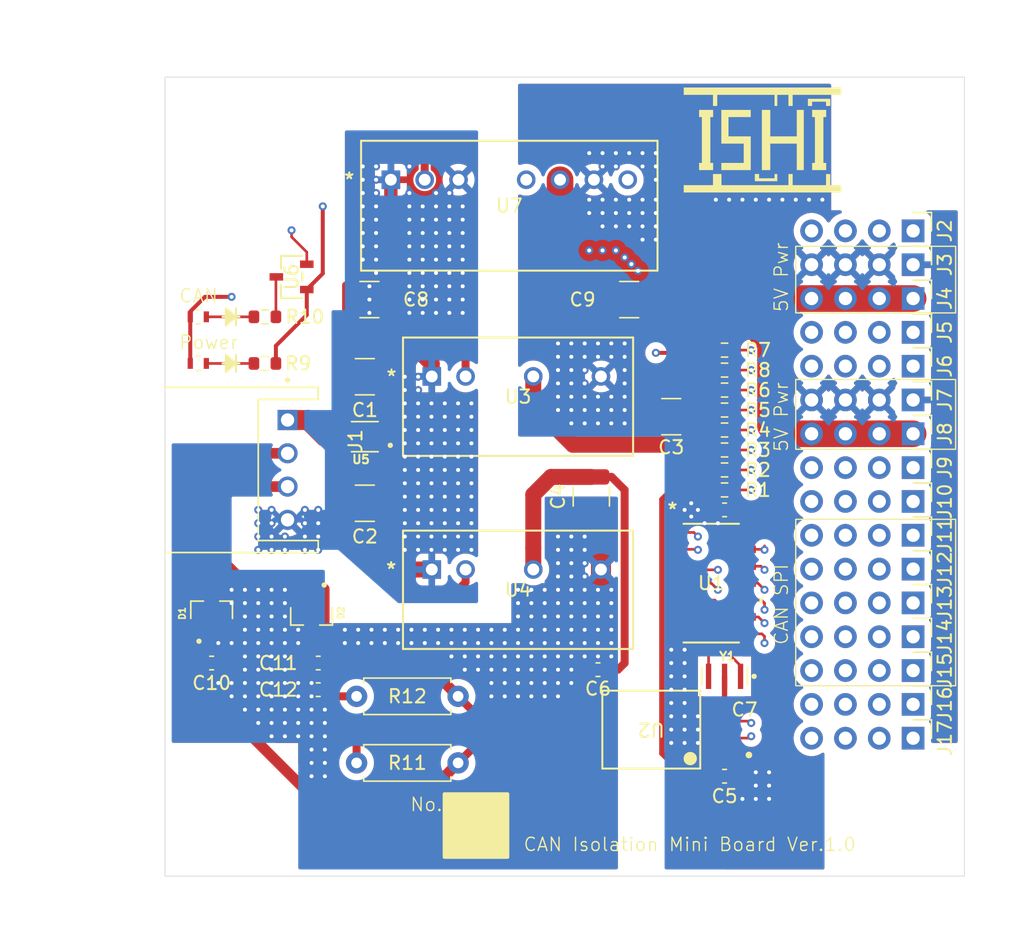
<source format=kicad_pcb>
(kicad_pcb (version 20241229) (generator "pcbnew") (generator_version "9.0")
  (title_block (title "CAN_Isolation_mini") (date "2025-09-15") (rev "Ver.1.0") (company "ISHI-Kai"))
  (layers (0 "F.Cu" signal) (4 "In1.Cu" signal) (6 "In2.Cu" signal) (2 "B.Cu" signal) (13 "F.Paste" user) (15 "B.Paste" user) (5 "F.SilkS" user "F.Silkscreen") (7 "B.SilkS" user "B.Silkscreen") (1 "F.Mask" user) (3 "B.Mask" user) (25 "Edge.Cuts" user))
  (net 0 "")
  (net 1 "BAT_12V")
  (net 2 "BAT_GND")
  (net 3 "GND_5VCAN")
  (net 4 "+5VCAN")
  (net 5 "CAN_H")
  (net 6 "CAN_L")
  (net 7 "Net-(C12-Pad1)")
  (net 14 "Net-(LED1-Pad1)")
  (net 15 "Net-(LED2-Pad1)")
  (net 16 "CAN_CS")
  (net 17 "CAN_SDO")
  (net 18 "CAN_SDI")
  (net 19 "CAN_SCK")
  (net 20 "CAN_GPIO0")
  (net 21 "CAN_GPIO1")
  (net 22 "CAN_CLK")
  (net 23 "CAN_INT")
  (net 24 "Net-(R10-Pad2)")
  (net 25 "Net-(U1-OSC2)")
  (net 26 "Net-(U1-OSC1)")
  (net 27 "Net-(U1-RXCAN)")
  (net 28 "Net-(U1-TXCAN)")
  (net 29 "CAN_LED")
  (net 50 "GND_VP")
  (net 51 "+3.3VP")
  (net 52 "+5VP")
  (footprint "Capacitor_SMD:C_0603_1608Metric" (layer "F.Cu") (at 130.657095 100.294905)
    (property "Reference" "C7")
    (property "Value" "100n")
  )
  (footprint "Resistor_SMD:R_0603_1608Metric" (layer "F.Cu") (at 96.157095 89.294905)
    (property "Reference" "R9")
    (property "Value" "200")
  )
  (footprint "MountingHole:MountingHole_3.2mm_M3" (layer "F.Cu") (at 143.657095 72.794905)
    (property "Reference" "REF**" (hide yes))
    (property "Value" "MountingHole_3.2mm_M3")
  )
  (footprint "CAN_Isolation:DWV0008A-IPC_A" (layer "F.Cu") (at 125.157095 116.794905 180)
    (property "Reference" "U2")
    (property "Value" "ISO1042QDWVRQ1")
  )
  (footprint "CAN_Isolation:PinHeader_1x04_P2.54mm_Vertical_noSilk" (layer "F.Cu") (at 144.81 89.5 -90)
    (property "Reference" "J6")
    (property "Value" "Conn_01x04_Pin")
  )
  (footprint "MountingHole:MountingHole_3.2mm_M3" (layer "F.Cu") (at 93.657095 122.794905)
    (property "Reference" "REF**" (hide yes))
    (property "Value" "MountingHole_3.2mm_M3")
  )
  (footprint "CAN_Isolation:PinHeader_1x04_P2.54mm_Vertical_noSilk" (layer "F.Cu") (at 144.81 81.88 -90)
    (property "Reference" "J3")
    (property "Value" "Conn_01x04_Pin")
  )
  (footprint "CAN_Isolation:ishikai_logo" (layer "F.Cu") (at 133.5 72.5)
    (property "Reference" "G***" (hide yes))
    (property "Value" "LOGO" (hide yes))
  )
  (footprint "CAN_Isolation:JST_S4B-XH-A" (layer "F.Cu") (at 92.157095 97.294905 -90)
    (property "Reference" "J1")
    (property "Value" "S4B-XH-A")
  )
  (footprint "Capacitor_SMD:C_0603_1608Metric" (layer "F.Cu") (at 92.157095 111.794905)
    (property "Reference" "C10")
    (property "Value" "47p")
  )
  (footprint "CAN_Isolation:PinHeader_1x04_P2.54mm_Vertical_noSilk" (layer "F.Cu") (at 144.81 94.58 -90)
    (property "Reference" "J8")
    (property "Value" "Conn_01x04_Pin")
  )
  (footprint "CAN_Isolation:PinHeader_1x04_P2.54mm_Vertical_noSilk" (layer "F.Cu") (at 144.81 102.2 -90)
    (property "Reference" "J11")
    (property "Value" "Conn_01x04_Pin")
  )
  (footprint "CAN_Isolation:PinHeader_1x04_P2.54mm_Vertical_noSilk" (layer "F.Cu") (at 144.81 117.44 -90)
    (property "Reference" "J17")
    (property "Value" "Conn_01x04_Pin")
  )
  (footprint "CAN_Isolation:SON65P200X200X80-7N" (layer "F.Cu") (at 103.657095 94.794905 180)
    (property "Reference" "U5")
    (property "Value" "TVS1800DRVR")
  )
  (footprint "CAN_Isolation:PinHeader_1x04_P2.54mm_Vertical_noSilk" (layer "F.Cu") (at 144.81 112.36 -90)
    (property "Reference" "J15")
    (property "Value" "Conn_01x04_Pin")
  )
  (footprint "CAN_Isolation:PinHeader_1x04_P2.54mm_Vertical_noSilk" (layer "F.Cu") (at 144.81 107.28 -90)
    (property "Reference" "J13")
    (property "Value" "Conn_01x04_Pin")
  )
  (footprint "Capacitor_SMD:C_1210_3225Metric" (layer "F.Cu") (at 103.657095 99.794905)
    (property "Reference" "C2")
    (property "Value" "22u")
  )
  (footprint "Resistor_THT:R_Axial_DIN0207_L6.3mm_D2.5mm_P7.62mm_Horizontal" (layer "F.Cu") (at 103.037095 114.294905)
    (property "Reference" "R12")
    (property "Value" "60.4")
  )
  (footprint "Capacitor_SMD:C_0603_1608Metric" (layer "F.Cu") (at 130.657095 120.294905)
    (property "Reference" "C5")
    (property "Value" "100n")
  )
  (footprint "CAN_Isolation:TRANS_DTCZCAHZGT_ROM" (layer "F.Cu") (at 98.157095 82.794905 90)
    (property "Reference" "U6")
    (property "Value" "DTC114ECAHZGT116")
  )
  (footprint "CAN_Isolation:PinHeader_1x04_P2.54mm_Vertical_noSilk" (layer "F.Cu") (at 144.81 114.9 -90)
    (property "Reference" "J16")
    (property "Value" "Conn_01x04_Pin")
  )
  (footprint "CAN_Isolation:PinHeader_1x04_P2.54mm_Vertical_noSilk" (layer "F.Cu") (at 144.81 92.04 -90)
    (property "Reference" "J7")
    (property "Value" "Conn_01x04_Pin")
  )
  (footprint "Capacitor_SMD:C_0603_1608Metric" (layer "F.Cu") (at 100.157095 111.794905)
    (property "Reference" "C11")
    (property "Value" "47p")
  )
  (footprint "CAN_Isolation:SOT95P237X111-3N" (layer "F.Cu") (at 92.157095 107.794905 90)
    (property "Reference" "D1")
    (property "Value" "MMBZ27VCLT1G")
  )
  (footprint "CAN_Isolation:SMLD12EN1WT86" (layer "F.Cu") (at 91.157095 85.794905 180)
    (property "Reference" "LED2" (hide yes))
    (property "Value" "SMLD12EN1WT86")
  )
  (footprint "CAN_Isolation:PinHeader_1x04_P2.54mm_Vertical_noSilk" (layer "F.Cu") (at 144.81 99.66 -90)
    (property "Reference" "J10")
    (property "Value" "Conn_01x04_Pin")
  )
  (footprint "MountingHole:MountingHole_3.2mm_M3" (layer "F.Cu") (at 143.657095 122.794905)
    (property "Reference" "REF**" (hide yes))
    (property "Value" "MountingHole_3.2mm_M3")
  )
  (footprint "Capacitor_SMD:C_1210_3225Metric" (layer "F.Cu") (at 104 84.5)
    (property "Reference" "C8")
    (property "Value" "22u")
  )
  (footprint "CAN_Isolation:MGS3_COS" (layer "F.Cu") (at 108.680095 90.270905)
    (property "Reference" "U3")
    (property "Value" "MGS3123R3")
  )
  (footprint "CAN_Isolation:MGS3_COS" (layer "F.Cu") (at 108.680095 104.770905)
    (property "Reference" "U4")
    (property "Value" "MGS1R51205")
  )
  (footprint "CAN_Isolation:PinHeader_1x04_P2.54mm_Vertical_noSilk" (layer "F.Cu") (at 144.81 97.12 -90)
    (property "Reference" "J9")
    (property "Value" "Conn_01x04_Pin")
  )
  (footprint "Resistor_SMD:R_0603_1608Metric" (layer "F.Cu") (at 130.657095 92.794905)
    (property "Reference" "R5")
    (property "Value" "10k")
  )
  (footprint "Resistor_SMD:R_0603_1608Metric" (layer "F.Cu") (at 130.657095 95.794905)
    (property "Reference" "R3")
    (property "Value" "10k")
  )
  (footprint "CAN_Isolation:SOIC14_150MIL_SL_MCH" (layer "F.Cu") (at 129.657095 105.794905)
    (property "Reference" "U1")
    (property "Value" "MCP2518FDT-H/SL")
  )
  (footprint "CAN_Isolation:SMLD12EN1WT86" (layer "F.Cu") (at 91.157095 89.294905 180)
    (property "Reference" "LED1" (hide yes))
    (property "Value" "SMLD12EN1WT86")
  )
  (footprint "CAN_Isolation:SIP7_MGS10_COS" (layer "F.Cu") (at 105.61 75.5)
    (property "Reference" "U7")
    (property "Value" "MGS102405")
  )
  (footprint "Resistor_SMD:R_0603_1608Metric" (layer "F.Cu") (at 130.657095 97.294905)
    (property "Reference" "R2")
    (property "Value" "10k")
  )
  (footprint "Capacitor_SMD:C_1210_3225Metric" (layer "F.Cu") (at 103.657095 90.294905)
    (property "Reference" "C1")
    (property "Value" "22u")
  )
  (footprint "Capacitor_SMD:C_0603_1608Metric" (layer "F.Cu") (at 121.157095 112.294905 180)
    (property "Reference" "C6")
    (property "Value" "100n")
  )
  (footprint "Capacitor_SMD:C_0603_1608Metric" (layer "F.Cu") (at 100.157095 113.794905 180)
    (property "Reference" "C12")
    (property "Value" "4700p")
  )
  (footprint "Resistor_THT:R_Axial_DIN0207_L6.3mm_D2.5mm_P7.62mm_Horizontal" (layer "F.Cu") (at 110.657095 119.294905 180)
    (property "Reference" "R11")
    (property "Value" "60.4")
  )
  (footprint "Capacitor_SMD:C_1210_3225Metric" (layer "F.Cu") (at 126.657095 93.294905 180)
    (property "Reference" "C3")
    (property "Value" "22u")
  )
  (footprint "MountingHole:MountingHole_3.2mm_M3" (layer "F.Cu") (at 93.657095 72.794905)
    (property "Reference" "REF**" (hide yes))
    (property "Value" "MountingHole_3.2mm_M3")
  )
  (footprint "CAN_Isolation:PinHeader_1x04_P2.54mm_Vertical_noSilk" (layer "F.Cu") (at 144.81 79.34 -90)
    (property "Reference" "J2")
    (property "Value" "Conn_01x04_Pin")
  )
  (footprint "CAN_Isolation:PinHeader_1x04_P2.54mm_Vertical_noSilk" (layer "F.Cu") (at 144.81 86.96 -90)
    (property "Reference" "J5")
    (property "Value" "Conn_01x04_Pin")
  )
  (footprint "CAN_Isolation:OSC_CSTNE20M0V530000R0" (layer "F.Cu") (at 130.657095 112.794905 180)
    (property "Reference" "Y1")
    (property "Value" "CSTNE20M0V530000R0")
  )
  (footprint "Capacitor_SMD:C_1210_3225Metric" (layer "F.Cu") (at 120.657095 99.294905 -90)
    (property "Reference" "C4")
    (property "Value" "22u")
  )
  (footprint "Capacitor_SMD:C_1210_3225Metric" (layer "F.Cu") (at 123.5 84.5 180)
    (property "Reference" "C9")
    (property "Value" "22u")
  )
  (footprint "CAN_Isolation:SOT95P237X111-3N" (layer "F.Cu") (at 99.657095 108.294905 -90)
    (property "Reference" "D2")
    (property "Value" "MMBZ27VCLT1G")
  )
  (footprint "CAN_Isolation:PinHeader_1x04_P2.54mm_Vertical_noSilk" (layer "F.Cu") (at 144.81 109.82 -90)
    (property "Reference" "J14")
    (property "Value" "Conn_01x04_Pin")
  )
  (footprint "CAN_Isolation:PinHeader_1x04_P2.54mm_Vertical_noSilk" (layer "F.Cu") (at 144.81 84.42 -90)
    (property "Reference" "J4")
    (property "Value" "Conn_01x04_Pin")
  )
  (footprint "CAN_Isolation:PinHeader_1x04_P2.54mm_Vertical_noSilk" (layer "F.Cu") (at 144.81 104.74 -90)
    (property "Reference" "J12")
    (property "Value" "Conn_01x04_Pin")
  )
  (footprint "Resistor_SMD:R_0603_1608Metric" (layer "F.Cu") (at 96.157095 85.794905)
    (property "Reference" "R10")
    (property "Value" "200")
  )
  (footprint "Resistor_SMD:R_0603_1608Metric" (layer "F.Cu") (at 130.657095 91.294905)
    (property "Reference" "R6")
    (property "Value" "10k")
  )
  (footprint "Resistor_SMD:R_0603_1608Metric" (layer "F.Cu") (at 130.657095 98.794905)
    (property "Reference" "R1")
    (property "Value" "10k")
  )
  (footprint "Resistor_SMD:R_0603_1608Metric" (layer "F.Cu") (at 130.657095 88.294905)
    (property "Reference" "R7")
    (property "Value" "10k")
  )
  (footprint "Resistor_SMD:R_0603_1608Metric" (layer "F.Cu") (at 130.657095 89.794905)
    (property "Reference" "R8")
    (property "Value" "10k")
  )
  (footprint "Resistor_SMD:R_0603_1608Metric" (layer "F.Cu") (at 130.657095 94.294905)
    (property "Reference" "R4")
    (property "Value" "10k")
  )
  (gr_rect (start 136 90.5) (end 148 95.74) (stroke (width 0.1)) (fill no) (layer "F.SilkS"))
  (gr_rect (start 136 101) (end 148 113.5) (stroke (width 0.1)) (fill no) (layer "F.SilkS"))
  (gr_rect (start 136 80.5) (end 148 85.5) (stroke (width 0.1)) (fill no) (layer "F.SilkS"))
  (gr_rect (start 88.657095 67.794905) (end 148.657095 127.794905) (stroke (width 0.05)) (fill no) (layer "Edge.Cuts"))
  (gr_text "CAN SPI" (at 135.5 110.5 90) (layer "F.SilkS") (effects (font (size 1 1) (thickness 0.1)) (justify left bottom)))
  (gr_text "No." (at 107 123 0) (layer "F.SilkS") (effects (font (size 1 1) (thickness 0.1)) (justify left bottom)))
  (gr_text "CAN Isolation Mini Board Ver.1.0" (at 115.5 126 0) (layer "F.SilkS") (effects (font (size 1 1) (thickness 0.1)) (justify left bottom)))
  (gr_text "5V Pwr" (at 135.5 96 90) (layer "F.SilkS") (effects (font (size 1 1) (thickness 0.1)) (justify left bottom)))
  (gr_text "CAN" (at 89.657095 84.794905 0) (layer "F.SilkS") (effects (font (size 1 1) (thickness 0.1)) (justify left bottom)))
  (gr_text "Power" (at 89.657095 88.294905 0) (layer "F.SilkS") (effects (font (size 1 1) (thickness 0.1)) (justify left bottom)))
  (gr_text "5V Pwr" (at 135.5 85.5 90) (layer "F.SilkS") (effects (font (size 1 1) (thickness 0.1)) (justify left bottom)))
  (segment (start 102.525 86.427) (end 102.525 84.5) (width 0.6) (layer "F.Cu") (net 1))
  (segment (start 102.182095 102.819905) (end 106.157095 106.794905) (width 0.6) (layer "F.Cu") (net 1))
  (segment (start 102.525 84.5) (end 102.525 73.975) (width 0.6) (layer "F.Cu") (net 1))
  (segment (start 103 73.5) (end 107.5 73.5) (width 0.6) (layer "F.Cu") (net 1))
  (segment (start 97.857095 93.544905) (end 99.407095 93.544905) (width 1.5) (layer "F.Cu") (net 1))
  (segment (start 102.637095 94.144905) (end 102.637095 95.444905) (width 0.6) (layer "F.Cu") (net 1))
  (segment (start 111.220095 105.731905) (end 111.220095 104.770905) (width 0.6) (layer "F.Cu") (net 1))
  (segment (start 108.15 74.15) (end 108.15 75.5) (width 0.6) (layer "F.Cu") (net 1))
  (segment (start 110.157095 106.794905) (end 111.220095 105.731905) (width 0.6) (layer "F.Cu") (net 1))
  (segment (start 102.182095 99.794905) (end 102.182095 102.819905) (width 0.6) (layer "F.Cu") (net 1))
  (segment (start 110.86219 86.5) (end 111.220095 86.857905) (width 0.6) (layer "F.Cu") (net 1))
  (segment (start 102.637095 95.444905) (end 102.637095 96.864905) (width 0.6) (layer "F.Cu") (net 1))
  (segment (start 102.182095 97.319905) (end 102.182095 99.794905) (width 0.6) (layer "F.Cu") (net 1))
  (segment (start 100.657095 94.794905) (end 102.206095 94.794905) (width 1.5) (layer "F.Cu") (net 1))
  (segment (start 102.182095 86.769905) (end 102.525 86.427) (width 0.6) (layer "F.Cu") (net 1))
  (segment (start 107.5 73.5) (end 108.15 74.15) (width 0.6) (layer "F.Cu") (net 1))
  (segment (start 102.452 86.5) (end 110.86219 86.5) (width 0.6) (layer "F.Cu") (net 1))
  (segment (start 99.407095 93.544905) (end 100.657095 94.794905) (width 1.5) (layer "F.Cu") (net 1))
  (segment (start 102.182095 90.294905) (end 102.182095 86.769905) (width 0.6) (layer "F.Cu") (net 1))
  (segment (start 102.182095 86.769905) (end 102.452 86.5) (width 0.6) (layer "F.Cu") (net 1))
  (segment (start 102.637095 96.864905) (end 102.182095 97.319905) (width 0.6) (layer "F.Cu") (net 1))
  (segment (start 102.525 73.975) (end 103 73.5) (width 0.6) (layer "F.Cu") (net 1))
  (segment (start 102.637095 92.814905) (end 102.182095 92.359905) (width 0.6) (layer "F.Cu") (net 1))
  (segment (start 102.637095 94.144905) (end 102.637095 92.814905) (width 0.6) (layer "F.Cu") (net 1))
  (segment (start 106.157095 106.794905) (end 110.157095 106.794905) (width 0.6) (layer "F.Cu") (net 1))
  (segment (start 102.182095 92.359905) (end 102.182095 90.294905) (width 0.6) (layer "F.Cu") (net 1))
  (segment (start 111.220095 86.857905) (end 111.220095 90.270905) (width 0.6) (layer "F.Cu") (net 1))
  (segment (start 104.307095 94.144905) (end 103.657095 94.794905) (width 0.4) (layer "F.Cu") (net 2))
  (segment (start 105.132095 97.319905) (end 104.677095 96.864905) (width 1.2) (layer "F.Cu") (net 2))
  (segment (start 104.677095 94.144905) (end 104.677095 95.444905) (width 1.2) (layer "F.Cu") (net 2))
  (segment (start 104.677095 94.794905) (end 103.657095 94.794905) (width 0.4) (layer "F.Cu") (net 2))
  (segment (start 104.677095 94.144905) (end 104.677095 94.794905) (width 1.1) (layer "F.Cu") (net 2))
  (segment (start 105.132095 103.769905) (end 106.133095 104.770905) (width 1.2) (layer "F.Cu") (net 2))
  (segment (start 105.132095 88.819905) (end 105.657095 88.294905) (width 1.2) (layer "F.Cu") (net 2))
  (segment (start 104.677095 93.224905) (end 104.677095 94.144905) (width 1.2) (layer "F.Cu") (net 2))
  (segment (start 107.657095 88.294905) (end 108.680095 89.317905) (width 1.2) (layer "F.Cu") (net 2))
  (segment (start 104.677095 94.794905) (end 104.677095 95.444905) (width 1.1) (layer "F.Cu") (net 2))
  (segment (start 105.132095 99.794905) (end 105.132095 103.769905) (width 1.2) (layer "F.Cu") (net 2))
  (segment (start 97.857095 101.044905) (end 97.857095 101.094905) (width 0.4) (layer "F.Cu") (net 2))
  (segment (start 105.132095 97.319905) (end 105.132095 99.794905) (width 1.2) (layer "F.Cu") (net 2))
  (segment (start 104.677095 95.444905) (end 104.307095 95.444905) (width 0.4) (layer "F.Cu") (net 2))
  (segment (start 104.307095 95.444905) (end 103.657095 94.794905) (width 0.4) (layer "F.Cu") (net 2))
  (segment (start 108.680095 89.317905) (end 108.680095 90.270905) (width 1.2) (layer "F.Cu") (net 2))
  (segment (start 105.132095 92.769905) (end 104.677095 93.224905) (width 1.2) (layer "F.Cu") (net 2))
  (segment (start 104.677095 94.144905) (end 104.307095 94.144905) (width 0.4) (layer "F.Cu") (net 2))
  (segment (start 105.132095 92.769905) (end 105.132095 90.294905) (width 1.2) (layer "F.Cu") (net 2))
  (segment (start 104.677095 96.864905) (end 104.677095 95.444905) (width 1.2) (layer "F.Cu") (net 2))
  (segment (start 105.61 75.5) (end 105.61 84.365) (width 1) (layer "F.Cu") (net 2))
  (segment (start 105.657095 88.294905) (end 107.657095 88.294905) (width 1.2) (layer "F.Cu") (net 2))
  (segment (start 106.133095 104.770905) (end 108.680095 104.770905) (width 1.2) (layer "F.Cu") (net 2))
  (segment (start 105.132095 90.294905) (end 105.132095 88.819905) (width 1.2) (layer "F.Cu") (net 2))
  (via (at 110.657095 94.270905) (size 0.6) (drill 0.3) (layers "F.Cu" "B.Cu") (net 2))
  (via (at 109.657095 99.294905) (size 0.6) (drill 0.3) (layers "F.Cu" "B.Cu") (net 2))
  (via (at 107.657095 92.294905) (size 0.6) (drill 0.3) (layers "F.Cu" "B.Cu") (net 2))
  (via (at 111.657095 94.294905) (size 0.6) (drill 0.3) (layers "F.Cu" "B.Cu") (net 2))
  (via (at 106.657095 98.294905) (size 0.6) (drill 0.3) (layers "F.Cu" "B.Cu") (net 2))
  (via (at 108 84.5) (size 0.6) (drill 0.3) (layers "F.Cu" "B.Cu") (net 2))
  (via (at 99.157095 101.294905) (size 0.6) (drill 0.3) (layers "F.Cu" "B.Cu") (net 2))
  (via (at 108.657095 95.294905) (size 0.6) (drill 0.3) (layers "F.Cu" "B.Cu") (net 2))
  (via (at 110 76.5) (size 0.6) (drill 0.3) (layers "F.Cu" "B.Cu") (net 2))
  (via (at 107.657095 90.294905) (size 0.6) (drill 0.3) (layers "F.Cu" "B.Cu") (net 2))
  (via (at 106.657095 95.294905) (size 0.6) (drill 0.3) (layers "F.Cu" "B.Cu") (net 2))
  (via (at 106.657095 94.294905) (size 0.6) (drill 0.3) (layers "F.Cu" "B.Cu") (net 2))
  (via (at 107 80.5) (size 0.6) (drill 0.3) (layers "F.Cu" "B.Cu") (net 2))
  (via (at 111 83.5) (size 0.6) (drill 0.3) (layers "F.Cu" "B.Cu") (net 2))
  (via (at 109.657095 95.294905) (size 0.6) (drill 0.3) (layers "F.Cu" "B.Cu") (net 2))
  (via (at 107.657095 97.294905) (size 0.6) (drill 0.3) (layers "F.Cu" "B.Cu") (net 2))
  (via (at 108.657095 100.294905) (size 0.6) (drill 0.3) (layers "F.Cu" "B.Cu") (net 2))
  (via (at 111 80.5) (size 0.6) (drill 0.3) (layers "F.Cu" "B.Cu") (net 2))
  (via (at 103.5 79.5) (size 0.6) (drill 0.3) (layers "F.Cu" "B.Cu") (net 2))
  (via (at 103.5 77.5) (size 0.6) (drill 0.3) (layers "F.Cu" "B.Cu") (net 2))
  (via (at 99.157095 102.294905) (size 0.6) (drill 0.3) (layers "F.Cu" "B.Cu") (net 2))
  (via (at 108.657095 92.294905) (size 0.6) (drill 0.3) (layers "F.Cu" "B.Cu") (net 2))
  (via (at 95.657095 100.294905) (size 0.6) (drill 0.3) (layers "F.Cu" "B.Cu") (net 2))
  (via (at 109.657095 102.294905) (size 0.6) (drill 0.3) (layers "F.Cu" "B.Cu") (net 2))
  (via (at 108.657095 93.294905) (size 0.6) (drill 0.3) (layers "F.Cu" "B.Cu") (net 2))
  (via (at 107.657095 103.294905) (size 0.6) (drill 0.3) (layers "F.Cu" "B.Cu") (net 2))
  (via (at 100.157095 100.294905) (size 0.6) (drill 0.3) (layers "F.Cu" "B.Cu") (net 2))
  (via (at 106.657095 90.294905) (size 0.6) (drill 0.3) (layers "F.Cu" "B.Cu") (net 2))
  (via (at 109.657095 101.294905) (size 0.6) (drill 0.3) (layers "F.Cu" "B.Cu") (net 2))
  (via (at 107.657095 93.294905) (size 0.6) (drill 0.3) (layers "F.Cu" "B.Cu") (net 2))
  (via (at 96.657095 103.294905) (size 0.6) (drill 0.3) (layers "F.Cu" "B.Cu") (net 2))
  (via (at 97.657095 102.294905) (size 0.6) (drill 0.3) (layers "F.Cu" "B.Cu") (net 2))
  (via (at 106.657095 97.294905) (size 0.6) (drill 0.3) (layers "F.Cu" "B.Cu") (net 2))
  (via (at 110 84.5) (size 0.6) (drill 0.3) (layers "F.Cu" "B.Cu") (net 2))
  (via (at 108.657095 102.294905) (size 0.6) (drill 0.3) (layers "F.Cu" "B.Cu") (net 2))
  (via (at 107 79.5) (size 0.6) (drill 0.3) (layers "F.Cu" "B.Cu") (net 2))
  (via (at 108.657095 103.294905) (size 0.6) (drill 0.3) (layers "F.Cu" "B.Cu") (net 2))
  (via (at 107 84.5) (size 0.6) (drill 0.3) (layers "F.Cu" "B.Cu") (net 2))
  (via (at 103.5 80.5) (size 0.6) (drill 0.3) (layers "F.Cu" "B.Cu") (net 2))
  (via (at 110.657095 97.294905) (size 0.6) (drill 0.3) (layers "F.Cu" "B.Cu") (net 2))
  (via (at 109 84.5) (size 0.6) (drill 0.3) (layers "F.Cu" "B.Cu") (net 2))
  (via (at 110.657095 93.294905) (size 0.6) (drill 0.3) (layers "F.Cu" "B.Cu") (net 2))
  (via (at 108 79.5) (size 0.6) (drill 0.3) (layers "F.Cu" "B.Cu") (net 2))
  (via (at 95.657095 103.294905) (size 0.6) (drill 0.3) (layers "F.Cu" "B.Cu") (net 2))
  (via (at 107 85.5) (size 0.6) (drill 0.3) (layers "F.Cu" "B.Cu") (net 2))
  (via (at 108 85.5) (size 0.6) (drill 0.3) (layers "F.Cu" "B.Cu") (net 2))
  (via (at 110 85.5) (size 0.6) (drill 0.3) (layers "F.Cu" "B.Cu") (net 2))
  (via (at 108.657095 96.294905) (size 0.6) (drill 0.3) (layers "F.Cu" "B.Cu") (net 2))
  (via (at 104 84.5) (size 0.6) (drill 0.3) (layers "F.Cu" "B.Cu") (net 2))
  (via (at 111.657095 99.294905) (size 0.6) (drill 0.3) (layers "F.Cu" "B.Cu") (net 2))
  (via (at 95.657095 101.294905) (size 0.6) (drill 0.3) (layers "F.Cu" "B.Cu") (net 2))
  (via (at 109 78.5) (size 0.6) (drill 0.3) (layers "F.Cu" "B.Cu") (net 2))
  (via (at 110.657095 100.294905) (size 0.6) (drill 0.3) (layers "F.Cu" "B.Cu") (net 2))
  (via (at 96.657095 102.294905) (size 0.6) (drill 0.3) (layers "F.Cu" "B.Cu") (net 2))
  (via (at 108 78.5) (size 0.6) (drill 0.3) (layers "F.Cu" "B.Cu") (net 2))
  (via (at 104.5 80.5) (size 0.6) (drill 0.3) (layers "F.Cu" "B.Cu") (net 2))
  (via (at 111.657095 100.294905) (size 0.6) (drill 0.3) (layers "F.Cu" "B.Cu") (net 2))
  (via (at 110 81.5) (size 0.6) (drill 0.3) (layers "F.Cu" "B.Cu") (net 2))
  (via (at 109.657095 100.294905) (size 0.6) (drill 0.3) (layers "F.Cu" "B.Cu") (net 2))
  (via (at 110 78.5) (size 0.6) (drill 0.3) (layers "F.Cu" "B.Cu") (net 2))
  (via (at 111.657095 93.294905) (size 0.6) (drill 0.3) (layers "F.Cu" "B.Cu") (net 2))
  (via (at 107.657095 99.294905) (size 0.6) (drill 0.3) (layers "F.Cu" "B.Cu") (net 2))
  (via (at 108.657095 98.294905) (size 0.6) (drill 0.3) (layers "F.Cu" "B.Cu") (net 2))
  (via (at 104.5 77.5) (size 0.6) (drill 0.3) (layers "F.Cu" "B.Cu") (net 2))
  (via (at 108.657095 97.294905) (size 0.6) (drill 0.3) (layers "F.Cu" "B.Cu") (net 2))
  (via (at 110 77.5) (size 0.6) (drill 0.3) (layers "F.Cu" "B.Cu") (net 2))
  (via (at 109.657095 98.294905) (size 0.6) (drill 0.3) (layers "F.Cu" "B.Cu") (net 2))
  (via (at 110.657095 95.294905) (size 0.6) (drill 0.3) (layers "F.Cu" "B.Cu") (net 2))
  (via (at 107.657095 95.294905) (size 0.6) (drill 0.3) (layers "F.Cu" "B.Cu") (net 2))
  (via (at 109 85.5) (size 0.6) (drill 0.3) (layers "F.Cu" "B.Cu") (net 2))
  (via (at 108 82.5) (size 0.6) (drill 0.3) (layers "F.Cu" "B.Cu") (net 2))
  (via (at 111 85.5) (size 0.6) (drill 0.3) (layers "F.Cu" "B.Cu") (net 2))
  (via (at 111 84.5) (size 0.6) (drill 0.3) (layers "F.Cu" "B.Cu") (net 2))
  (via (at 103.5 78.5) (size 0.6) (drill 0.3) (layers "F.Cu" "B.Cu") (net 2))
  (via (at 99.157095 100.294905) (size 0.6) (drill 0.3) (layers "F.Cu" "B.Cu") (net 2))
  (via (at 110 83.5) (size 0.6) (drill 0.3) (layers "F.Cu" "B.Cu") (net 2))
  (via (at 104.5 75.5) (size 0.6) (drill 0.3) (layers "F.Cu" "B.Cu") (net 2))
  (via (at 107 74.5) (size 0.6) (drill 0.3) (layers "F.Cu" "B.Cu") (net 2))
  (via (at 106.657095 100.294905) (size 0.6) (drill 0.3) (layers "F.Cu" "B.Cu") (net 2))
  (via (at 111.657095 95.294905) (size 0.6) (drill 0.3) (layers "F.Cu" "B.Cu") (net 2))
  (via (at 109 83.5) (size 0.6) (drill 0.3) (layers "F.Cu" "B.Cu") (net 2))
  (via (at 96.657095 100.294905) (size 0.6) (drill 0.3) (layers "F.Cu" "B.Cu") (net 2))
  (via (at 104 85.5) (size 0.6) (drill 0.3) (layers "F.Cu" "B.Cu") (net 2))
  (via (at 103.5 74.5) (size 0.6) (drill 0.3) (layers "F.Cu" "B.Cu") (net 2))
  (via (at 108.657095 94.294905) (size 0.6) (drill 0.3) (layers "F.Cu" "B.Cu") (net 2))
  (via (at 111.657095 102.294905) (size 0.6) (drill 0.3) (layers "F.Cu" "B.Cu") (net 2))
  (via (at 108.657095 101.294905) (size 0.6) (drill 0.3) (layers "F.Cu" "B.Cu") (net 2))
  (via (at 109 77.5) (size 0.6) (drill 0.3) (layers "F.Cu" "B.Cu") (net 2))
  (via (at 107.657095 100.294905) (size 0.6) (drill 0.3) (layers "F.Cu" "B.Cu") (net 2))
  (via (at 106.657095 92.294905) (size 0.6) (drill 0.3) (layers "F.Cu" "B.Cu") (net 2))
  (via (at 109.657095 93.294905) (size 0.6) (drill 0.3) (layers "F.Cu" "B.Cu") (net 2))
  (via (at 109.657095 92.294905) (size 0.6) (drill 0.3) (layers "F.Cu" "B.Cu") (net 2))
  (via (at 100.157095 101.294905) (size 0.6) (drill 0.3) (layers "F.Cu" "B.Cu") (net 2))
  (via (at 109.657095 103.294905) (size 0.6) (drill 0.3) (layers "F.Cu" "B.Cu") (net 2))
  (via (at 107.657095 101.294905) (size 0.6) (drill 0.3) (layers "F.Cu" "B.Cu") (net 2))
  (via (at 111.657095 92.294905) (size 0.6) (drill 0.3) (layers "F.Cu" "B.Cu") (net 2))
  (via (at 104 83.5) (size 0.6) (drill 0.3) (layers "F.Cu" "B.Cu") (net 2))
  (via (at 111 82.5) (size 0.6) (drill 0.3) (layers "F.Cu" "B.Cu") (net 2))
  (via (at 107.657095 102.294905) (size 0.6) (drill 0.3) (layers "F.Cu" "B.Cu") (net 2))
  (via (at 107 78.5) (size 0.6) (drill 0.3) (layers "F.Cu" "B.Cu") (net 2))
  (via (at 109 80.5) (size 0.6) (drill 0.3) (layers "F.Cu" "B.Cu") (net 2))
  (via (at 103.5 75.5) (size 0.6) (drill 0.3) (layers "F.Cu" "B.Cu") (net 2))
  (via (at 109.657095 97.294905) (size 0.6) (drill 0.3) (layers "F.Cu" "B.Cu") (net 2))
  (via (at 109 81.5) (size 0.6) (drill 0.3) (layers "F.Cu" "B.Cu") (net 2))
  (via (at 104.5 79.5) (size 0.6) (drill 0.3) (layers "F.Cu" "B.Cu") (net 2))
  (via (at 110.657095 101.294905) (size 0.6) (drill 0.3) (layers "F.Cu" "B.Cu") (net 2))
  (via (at 109 76.5) (size 0.6) (drill 0.3) (layers "F.Cu" "B.Cu") (net 2))
  (via (at 110.657095 99.294905) (size 0.6) (drill 0.3) (layers "F.Cu" "B.Cu") (net 2))
  (via (at 110 80.5) (size 0.6) (drill 0.3) (layers "F.Cu" "B.Cu") (net 2))
  (via (at 104.5 81.5) (size 0.6) (drill 0.3) (layers "F.Cu" "B.Cu") (net 2))
  (via (at 96.657095 101.294905) (size 0.6) (drill 0.3) (layers "F.Cu" "B.Cu") (net 2))
  (via (at 104.5 76.5) (size 0.6) (drill 0.3) (layers "F.Cu" "B.Cu") (net 2))
  (via (at 107 77.5) (size 0.6) (drill 0.3) (layers "F.Cu" "B.Cu") (net 2))
  (via (at 104.5 78.5) (size 0.6) (drill 0.3) (layers "F.Cu" "B.Cu") (net 2))
  (via (at 110.657095 92.294905) (size 0.6) (drill 0.3) (layers "F.Cu" "B.Cu") (net 2))
  (via (at 111 79.5) (size 0.6) (drill 0.3) (layers "F.Cu" "B.Cu") (net 2))
  (via (at 99.157095 103.294905) (size 0.6) (drill 0.3) (layers "F.Cu" "B.Cu") (net 2))
  (via (at 110.657095 96.294905) (size 0.6) (drill 0.3) (layers "F.Cu" "B.Cu") (net 2))
  (via (at 107.657095 98.294905) (size 0.6) (drill 0.3) (layers "F.Cu" "B.Cu") (net 2))
  (via (at 109.657095 94.294905) (size 0.6) (drill 0.3) (layers "F.Cu" "B.Cu") (net 2))
  (via (at 110 79.5) (size 0.6) (drill 0.3) (layers "F.Cu" "B.Cu") (net 2))
  (via (at 95.657095 102.294905) (size 0.6) (drill 0.3) (layers "F.Cu" "B.Cu") (net 2))
  (via (at 111.657095 103.294905) (size 0.6) (drill 0.3) (layers "F.Cu" "B.Cu") (net 2))
  (via (at 111 77.5) (size 0.6) (drill 0.3) (layers "F.Cu" "B.Cu") (net 2))
  (via (at 106.657095 102.294905) (size 0.6) (drill 0.3) (layers "F.Cu" "B.Cu") (net 2))
  (via (at 110.657095 102.294905) (size 0.6) (drill 0.3) (layers "F.Cu" "B.Cu") (net 2))
  (via (at 109 79.5) (size 0.6) (drill 0.3) (layers "F.Cu" "B.Cu") (net 2))
  (via (at 111.657095 98.294905) (size 0.6) (drill 0.3) (layers "F.Cu" "B.Cu") (net 2))
  (via (at 110.657095 98.294905) (size 0.6) (drill 0.3) (layers "F.Cu" "B.Cu") (net 2))
  (via (at 106.657095 99.294905) (size 0.6) (drill 0.3) (layers "F.Cu" "B.Cu") (net 2))
  (via (at 107.657095 94.294905) (size 0.6) (drill 0.3) (layers "F.Cu" "B.Cu") (net 2))
  (via (at 108 81.5) (size 0.6) (drill 0.3) (layers "F.Cu" "B.Cu") (net 2))
  (via (at 107 82.5) (size 0.6) (drill 0.3) (layers "F.Cu" "B.Cu") (net 2))
  (via (at 104.5 82.5) (size 0.6) (drill 0.3) (layers "F.Cu" "B.Cu") (net 2))
  (via (at 111.657095 101.294905) (size 0.6) (drill 0.3) (layers "F.Cu" "B.Cu") (net 2))
  (via (at 104.5 74.5) (size 0.6) (drill 0.3) (layers "F.Cu" "B.Cu") (net 2))
  (via (at 107 83.5) (size 0.6) (drill 0.3) (layers "F.Cu" "B.Cu") (net 2))
  (via (at 108.657095 99.294905) (size 0.6) (drill 0.3) (layers "F.Cu" "B.Cu") (net 2))
  (via (at 111.657095 97.294905) (size 0.6) (drill 0.3) (layers "F.Cu" "B.Cu") (net 2))
  (via (at 106.657095 101.294905) (size 0.6) (drill 0.3) (layers "F.Cu" "B.Cu") (net 2))
  (via (at 108 77.5) (size 0.6) (drill 0.3) (layers "F.Cu" "B.Cu") (net 2))
  (via (at 106.657095 103.294905) (size 0.6) (drill 0.3) (layers "F.Cu" "B.Cu") (net 2))
  (via (at 109.657095 96.294905) (size 0.6) (drill 0.3) (layers "F.Cu" "B.Cu") (net 2))
  (via (at 110 82.5) (size 0.6) (drill 0.3) (layers "F.Cu" "B.Cu") (net 2))
  (via (at 100.157095 103.294905) (size 0.6) (drill 0.3) (layers "F.Cu" "B.Cu") (net 2))
  (via (at 111 81.5) (size 0.6) (drill 0.3) (layers "F.Cu" "B.Cu") (net 2))
  (via (at 107.657095 91.294905) (size 0.6) (drill 0.3) (layers "F.Cu" "B.Cu") (net 2))
  (via (at 110.657095 103.294905) (size 0.6) (drill 0.3) (layers "F.Cu" "B.Cu") (net 2))
  (via (at 106.657095 96.294905) (size 0.6) (drill 0.3) (layers "F.Cu" "B.Cu") (net 2))
  (via (at 97.657095 103.294905) (size 0.6) (drill 0.3) (layers "F.Cu" "B.Cu") (net 2))
  (via (at 103.5 81.5) (size 0.6) (drill 0.3) (layers "F.Cu" "B.Cu") (net 2))
  (via (at 111.657095 96.294905) (size 0.6) (drill 0.3) (layers "F.Cu" "B.Cu") (net 2))
  (via (at 108 80.5) (size 0.6) (drill 0.3) (layers "F.Cu" "B.Cu") (net 2))
  (via (at 106.657095 93.294905) (size 0.6) (drill 0.3) (layers "F.Cu" "B.Cu") (net 2))
  (via (at 103.5 76.5) (size 0.6) (drill 0.3) (layers "F.Cu" "B.Cu") (net 2))
  (via (at 111 78.5) (size 0.6) (drill 0.3) (layers "F.Cu" "B.Cu") (net 2))
  (via (at 108 83.5) (size 0.6) (drill 0.3) (layers "F.Cu" "B.Cu") (net 2))
  (via (at 107 76.5) (size 0.6) (drill 0.3) (layers "F.Cu" "B.Cu") (net 2))
  (via (at 107.657095 96.294905) (size 0.6) (drill 0.3) (layers "F.Cu" "B.Cu") (net 2))
  (via (at 100.157095 102.294905) (size 0.6) (drill 0.3) (layers "F.Cu" "B.Cu") (net 2))
  (via (at 107 81.5) (size 0.6) (drill 0.3) (layers "F.Cu" "B.Cu") (net 2))
  (via (at 106.657095 91.294905) (size 0.6) (drill 0.3) (layers "F.Cu" "B.Cu") (net 2))
  (via (at 109 82.5) (size 0.6) (drill 0.3) (layers "F.Cu" "B.Cu") (net 2))
  (segment (start 97.857095 101.044905) (end 98.907095 101.044905) (width 0.4) (layer "B.Cu") (net 2))
  (segment (start 108.680095 104.770905) (end 108.680095 104.817905) (width 1.2) (layer "B.Cu") (net 2))
  (segment (start 98.907095 101.044905) (end 99.157095 101.294905) (width 0.4) (layer "B.Cu") (net 2))
  (segment (start 97.857095 101.044905) (end 98.407095 101.044905) (width 0.4) (layer "B.Cu") (net 2))
  (segment (start 97.857095 101.044905) (end 97.407095 101.044905) (width 0.4) (layer "B.Cu") (net 2))
  (segment (start 97.857095 101.044905) (end 96.907095 101.044905) (width 0.4) (layer "B.Cu") (net 2))
  (segment (start 108.680095 104.770905) (end 108.681095 104.770905) (width 1.2) (layer "B.Cu") (net 2))
  (segment (start 97.407095 101.044905) (end 96.657095 100.294905) (width 0.4) (layer "B.Cu") (net 2))
  (segment (start 96.907095 101.044905) (end 96.657095 101.294905) (width 0.4) (layer "B.Cu") (net 2))
  (segment (start 98.407095 101.044905) (end 99.157095 100.294905) (width 0.4) (layer "B.Cu") (net 2))
  (segment (start 98.597095 107.234905) (end 97.657095 106.294905) (width 0.6) (layer "F.Cu") (net 3))
  (segment (start 119.157095 113.294905) (end 119.157095 114.190428) (width 0.6) (layer "F.Cu") (net 3))
  (segment (start 99.382095 111.794905) (end 99.382095 113.019905) (width 0.6) (layer "F.Cu") (net 3))
  (segment (start 92.932095 111.794905) (end 92.932095 110.569905) (width 0.6) (layer "F.Cu") (net 3))
  (segment (start 121.380095 104.770905) (end 121.380095 105.517905) (width 1.5) (layer "F.Cu") (net 3))
  (segment (start 120.382095 112.294905) (end 120.382095 114.364382) (width 0.6) (layer "F.Cu") (net 3))
  (segment (start 121.380095 104.770905) (end 121.380095 101.492905) (width 1.5) (layer "F.Cu") (net 3))
  (segment (start 120.382095 112.294905) (end 119.157095 112.294905) (width 0.6) (layer "F.Cu") (net 3))
  (segment (start 92.657095 110.294905) (end 93.657095 110.294905) (width 0.6) (layer "F.Cu") (net 3))
  (segment (start 120.382095 114.364382) (end 119.856572 114.889905) (width 0.6) (layer "F.Cu") (net 3))
  (segment (start 119.157095 114.190428) (end 119.856572 114.889905) (width 0.6) (layer "F.Cu") (net 3))
  (segment (start 121.380095 101.492905) (end 120.657095 100.769905) (width 1.5) (layer "F.Cu") (net 3))
  (segment (start 92.657095 110.294905) (end 92.657095 109.304905) (width 0.6) (layer "F.Cu") (net 3))
  (segment (start 92.932095 110.569905) (end 92.657095 110.294905) (width 0.6) (layer "F.Cu") (net 3))
  (segment (start 92.657095 109.304905) (end 93.107095 108.854905) (width 0.6) (layer "F.Cu") (net 3))
  (segment (start 99.382095 113.019905) (end 99.657095 113.294905) (width 0.6) (layer "F.Cu") (net 3))
  (via (at 120.157095 107.294905) (size 0.6) (drill 0.3) (layers "F.Cu" "B.Cu") (net 3))
  (via (at 113.157095 114.294905) (size 0.6) (drill 0.3) (layers "F.Cu" "B.Cu") (net 3))
  (via (at 111.157095 109.294905) (size 0.6) (drill 0.3) (layers "F.Cu" "B.Cu") (net 3))
  (via (at 118.157095 114.294905) (size 0.6) (drill 0.3) (layers "F.Cu" "B.Cu") (net 3))
  (via (at 97.657095 114.294905) (size 0.6) (drill 0.3) (layers "F.Cu" "B.Cu") (net 3))
  (via (at 115.157095 109.294905) (size 0.6) (drill 0.3) (layers "F.Cu" "B.Cu") (net 3))
  (via (at 96.657095 109.294905) (size 0.6) (drill 0.3) (layers "F.Cu" "B.Cu") (net 3))
  (via (at 107.157095 110.294905) (size 0.6) (drill 0.3) (layers "F.Cu" "B.Cu") (net 3))
  (via (at 116.157095 108.294905) (size 0.6) (drill 0.3) (layers "F.Cu" "B.Cu") (net 3))
  (via (at 95.657095 111.294905) (size 0.6) (drill 0.3) (layers "F.Cu" "B.Cu") (net 3))
  (via (at 122.157095 106.294905) (size 0.6) (drill 0.3) (layers "F.Cu" "B.Cu") (net 3))
  (via (at 97.657095 113.294905) (size 0.6) (drill 0.3) (layers "F.Cu" "B.Cu") (net 3))
  (via (at 122.157095 111.294905) (size 0.6) (drill 0.3) (layers "F.Cu" "B.Cu") (net 3))
  (via (at 97.657095 117.294905) (size 0.6) (drill 0.3) (layers "F.Cu" "B.Cu") (net 3))
  (via (at 120.157095 109.294905) (size 0.6) (drill 0.3) (layers "F.Cu" "B.Cu") (net 3))
  (via (at 93.657095 113.294905) (size 0.6) (drill 0.3) (layers "F.Cu" "B.Cu") (net 3))
  (via (at 95.657095 112.294905) (size 0.6) (drill 0.3) (layers "F.Cu" "B.Cu") (net 3))
  (via (at 97.657095 108.294905) (size 0.6) (drill 0.3) (layers "F.Cu" "B.Cu") (net 3))
  (via (at 121.157095 106.294905) (size 0.6) (drill 0.3) (layers "F.Cu" "B.Cu") (net 3))
  (via (at 117.157095 109.294905) (size 0.6) (drill 0.3) (layers "F.Cu" "B.Cu") (net 3))
  (via (at 108.157095 109.294905) (size 0.6) (drill 0.3) (layers "F.Cu" "B.Cu") (net 3))
  (via (at 118.157095 111.294905) (size 0.6) (drill 0.3) (layers "F.Cu" "B.Cu") (net 3))
  (via (at 94.657095 110.294905) (size 0.6) (drill 0.3) (layers "F.Cu" "B.Cu") (net 3))
  (via (at 122.157095 107.294905) (size 0.6) (drill 0.3) (layers "F.Cu" "B.Cu") (net 3))
  (via (at 118.157095 112.294905) (size 0.6) (drill 0.3) (layers "F.Cu" "B.Cu") (net 3))
  (via (at 108.157095 110.294905) (size 0.6) (drill 0.3) (layers "F.Cu" "B.Cu") (net 3))
  (via (at 118.157095 102.294905) (size 0.6) (drill 0.3) (layers "F.Cu" "B.Cu") (net 3))
  (via (at 120.157095 102.294905) (size 0.6) (drill 0.3) (layers "F.Cu" "B.Cu") (net 3))
  (via (at 97.657095 109.294905) (size 0.6) (drill 0.3) (layers "F.Cu" "B.Cu") (net 3))
  (via (at 106.157095 109.294905) (size 0.6) (drill 0.3) (layers "F.Cu" "B.Cu") (net 3))
  (via (at 113.157095 112.294905) (size 0.6) (drill 0.3) (layers "F.Cu" "B.Cu") (net 3))
  (via (at 122.157095 110.294905) (size 0.6) (drill 0.3) (layers "F.Cu" "B.Cu") (net 3))
  (via (at 95.657095 114.294905) (size 0.6) (drill 0.3) (layers "F.Cu" "B.Cu") (net 3))
  (via (at 113.157095 109.294905) (size 0.6) (drill 0.3) (layers "F.Cu" "B.Cu") (net 3))
  (via (at 96.657095 110.294905) (size 0.6) (drill 0.3) (layers "F.Cu" "B.Cu") (net 3))
  (via (at 97.657095 106.294905) (size 0.6) (drill 0.3) (layers "F.Cu" "B.Cu") (net 3))
  (via (at 96.657095 115.294905) (size 0.6) (drill 0.3) (layers "F.Cu" "B.Cu") (net 3))
  (via (at 96.657095 113.294905) (size 0.6) (drill 0.3) (layers "F.Cu" "B.Cu") (net 3))
  (via (at 103.157095 109.294905) (size 0.6) (drill 0.3) (layers "F.Cu" "B.Cu") (net 3))
  (via (at 119.157095 113.294905) (size 0.6) (drill 0.3) (layers "F.Cu" "B.Cu") (net 3))
  (via (at 119.157095 102.294905) (size 0.6) (drill 0.3) (layers "F.Cu" "B.Cu") (net 3))
  (via (at 96.657095 117.294905) (size 0.6) (drill 0.3) (layers "F.Cu" "B.Cu") (net 3))
  (via (at 117.157095 114.294905) (size 0.6) (drill 0.3) (layers "F.Cu" "B.Cu") (net 3))
  (via (at 102.157095 109.294905) (size 0.6) (drill 0.3) (layers "F.Cu" "B.Cu") (net 3))
  (via (at 114.157095 109.294905) (size 0.6) (drill 0.3) (layers "F.Cu" "B.Cu") (net 3))
  (via (at 99.657095 116.294905) (size 0.6) (drill 0.3) (layers "F.Cu" "B.Cu") (net 3))
  (via (at 94.657095 114.294905) (size 0.6) (drill 0.3) (layers "F.Cu" "B.Cu") (net 3))
  (via (at 100.657095 115.294905) (size 0.6) (drill 0.3) (layers "F.Cu" "B.Cu") (net 3))
  (via (at 114.157095 114.294905) (size 0.6) (drill 0.3) (layers "F.Cu" "B.Cu") (net 3))
  (via (at 100.657095 117.294905) (size 0.6) (drill 0.3) (layers "F.Cu" "B.Cu") (net 3))
  (via (at 93.657095 110.294905) (size 0.6) (drill 0.3) (layers "F.Cu" "B.Cu") (net 3))
  (via (at 115.157095 112.294905) (size 0.6) (drill 0.3) (layers "F.Cu" "B.Cu") (net 3))
  (via (at 94.657095 109.294905) (size 0.6) (drill 0.3) (layers "F.Cu" "B.Cu") (net 3))
  (via (at 121.157095 108.294905) (size 0.6) (drill 0.3) (layers "F.Cu" "B.Cu") (net 3))
  (via (at 114.157095 111.294905) (size 0.6) (drill 0.3) (layers "F.Cu" "B.Cu") (net 3))
  (via (at 95.657095 113.294905) (size 0.6) (drill 0.3) (layers "F.Cu" "B.Cu") (net 3))
  (via (at 98.657095 117.294905) (size 0.6) (drill 0.3) (layers "F.Cu" "B.Cu") (net 3))
  (via (at 120.157095 106.294905) (size 0.6) (drill 0.3) (layers "F.Cu" "B.Cu") (net 3))
  (via (at 119.157095 108.294905) (size 0.6) (drill 0.3) (layers "F.Cu" "B.Cu") (net 3))
  (via (at 114.157095 110.294905) (size 0.6) (drill 0.3) (layers "F.Cu" "B.Cu") (net 3))
  (via (at 99.657095 115.294905) (size 0.6) (drill 0.3) (layers "F.Cu" "B.Cu") (net 3))
  (via (at 112.157095 110.294905) (size 0.6) (drill 0.3) (layers "F.Cu" "B.Cu") (net 3))
  (via (at 111.157095 112.294905) (size 0.6) (drill 0.3) (layers "F.Cu" "B.Cu") (net 3))
  (via (at 96.657095 111.294905) (size 0.6) (drill 0.3) (layers "F.Cu" "B.Cu") (net 3))
  (via (at 99.657095 113.294905) (size 0.6) (drill 0.3) (layers "F.Cu" "B.Cu") (net 3))
  (via (at 109.157095 109.294905) (size 0.6) (drill 0.3) (layers "F.Cu" "B.Cu") (net 3))
  (via (at 121.157095 109.294905) (size 0.6) (drill 0.3) (layers "F.Cu" "B.Cu") (net 3))
  (via (at 100.657095 119.294905) (size 0.6) (drill 0.3) (layers "F.Cu" "B.Cu") (net 3))
  (via (at 96.657095 114.294905) (size 0.6) (drill 0.3) (layers "F.Cu" "B.Cu") (net 3))
  (via (at 120.157095 105.294905) (size 0.6) (drill 0.3) (layers "F.Cu" "B.Cu") (net 3))
  (via (at 96.657095 107.294905) (size 0.6) (drill 0.3) (layers "F.Cu" "B.Cu") (net 3))
  (via (at 115.157095 107.294905) (size 0.6) (drill 0.3) (layers "F.Cu" "B.Cu") (net 3))
  (via (at 121.157095 111.294905) (size 0.6) (drill 0.3) (layers "F.Cu" "B.Cu") (net 3))
  (via (at 117.157095 111.294905) (size 0.6) (drill 0.3) (layers "F.Cu" "B.Cu") (net 3))
  (via (at 96.657095 116.294905) (size 0.6) (drill 0.3) (layers "F.Cu" "B.Cu") (net 3))
  (via (at 94.657095 108.294905) (size 0.6) (drill 0.3) (layers "F.Cu" "B.Cu") (net 3))
  (via (at 111.157095 111.294905) (size 0.6) (drill 0.3) (layers "F.Cu" "B.Cu") (net 3))
  (via (at 117.157095 113.294905) (size 0.6) (drill 0.3) (layers "F.Cu" "B.Cu") (net 3))
  (via (at 116.157095 111.294905) (size 0.6) (drill 0.3) (layers "F.Cu" "B.Cu") (net 3))
  (via (at 95.657095 115.294905) (size 0.6) (drill 0.3) (layers "F.Cu" "B.Cu") (net 3))
  (via (at 112.157095 112.294905) (size 0.6) (drill 0.3) (layers "F.Cu" "B.Cu") (net 3))
  (via (at 115.157095 106.294905) (size 0.6) (drill 0.3) (layers "F.Cu" "B.Cu") (net 3))
  (via (at 100.657095 120.294905) (size 0.6) (drill 0.3) (layers "F.Cu" "B.Cu") (net 3))
  (via (at 97.657095 111.294905) (size 0.6) (drill 0.3) (layers "F.Cu" "B.Cu") (net 3))
  (via (at 97.657095 110.294905) (size 0.6) (drill 0.3) (layers "F.Cu" "B.Cu") (net 3))
  (via (at 105.157095 109.294905) (size 0.6) (drill 0.3) (layers "F.Cu" "B.Cu") (net 3))
  (via (at 114.157095 113.294905) (size 0.6) (drill 0.3) (layers "F.Cu" "B.Cu") (net 3))
  (via (at 114.157095 112.294905) (size 0.6) (drill 0.3) (layers "F.Cu" "B.Cu") (net 3))
  (via (at 94.657095 113.294905) (size 0.6) (drill 0.3) (layers "F.Cu" "B.Cu") (net 3))
  (via (at 122.157095 109.294905) (size 0.6) (drill 0.3) (layers "F.Cu" "B.Cu") (net 3))
  (via (at 99.657095 114.294905) (size 0.6) (drill 0.3) (layers "F.Cu" "B.Cu") (net 3))
  (via (at 93.657095 106.294905) (size 0.6) (drill 0.3) (layers "F.Cu" "B.Cu") (net 3))
  (via (at 121.157095 110.294905) (size 0.6) (drill 0.3) (layers "F.Cu" "B.Cu") (net 3))
  (via (at 120.157095 108.294905) (size 0.6) (drill 0.3) (layers "F.Cu" "B.Cu") (net 3))
  (via (at 120.157095 110.294905) (size 0.6) (drill 0.3) (layers "F.Cu" "B.Cu") (net 3))
  (via (at 118.157095 103.294905) (size 0.6) (drill 0.3) (layers "F.Cu" "B.Cu") (net 3))
  (via (at 112.157095 109.294905) (size 0.6) (drill 0.3) (layers "F.Cu" "B.Cu") (net 3))
  (via (at 119.157095 104.294905) (size 0.6) (drill 0.3) (layers "F.Cu" "B.Cu") (net 3))
  (via (at 95.657095 109.294905) (size 0.6) (drill 0.3) (layers "F.Cu" "B.Cu") (net 3))
  (via (at 118.157095 107.294905) (size 0.6) (drill 0.3) (layers "F.Cu" "B.Cu") (net 3))
  (via (at 93.657095 107.294905) (size 0.6) (drill 0.3) (layers "F.Cu" "B.Cu") (net 3))
  (via (at 104.157095 109.294905) (size 0.6) (drill 0.3) (layers "F.Cu" "B.Cu") (net 3))
  (via (at 122.157095 108.294905) (size 0.6) (drill 0.3) (layers "F.Cu" "B.Cu") (net 3))
  (via (at 113.157095 111.294905) (size 0.6) (drill 0.3) (layers "F.Cu" "B.Cu") (net 3))
  (via (at 118.157095 104.294905) (size 0.6) (drill 0.3) (layers "F.Cu" "B.Cu") (net 3))
  (via (at 113.157095 110.294905) (size 0.6) (drill 0.3) (layers "F.Cu" "B.Cu") (net 3))
  (via (at 117.157095 108.294905) (size 0.6) (drill 0.3) (layers "F.Cu" "B.Cu") (net 3))
  (via (at 105.157095 110.294905) (size 0.6) (drill 0.3) (layers "F.Cu" "B.Cu") (net 3))
  (via (at 100.657095 118.294905) (size 0.6) (drill 0.3) (layers "F.Cu" "B.Cu") (net 3))
  (via (at 119.157095 110.294905) (size 0.6) (drill 0.3) (layers "F.Cu" "B.Cu") (net 3))
  (via (at 119.157095 109.294905) (size 0.6) (drill 0.3) (layers "F.Cu" "B.Cu") (net 3))
  (via (at 102.157095 110.294905) (size 0.6) (drill 0.3) (layers "F.Cu" "B.Cu") (net 3))
  (via (at 95.657095 106.294905) (size 0.6) (drill 0.3) (layers "F.Cu" "B.Cu") (net 3))
  (via (at 120.157095 104.294905) (size 0.6) (drill 0.3) (layers "F.Cu" "B.Cu") (net 3))
  (via (at 97.657095 112.294905) (size 0.6) (drill 0.3) (layers "F.Cu" "B.Cu") (net 3))
  (via (at 117.157095 107.294905) (size 0.6) (drill 0.3) (layers "F.Cu" "B.Cu") (net 3))
  (via (at 98.657095 109.294905) (size 0.6) (drill 0.3) (layers "F.Cu" "B.Cu") (net 3))
  (via (at 95.657095 107.294905) (size 0.6) (drill 0.3) (layers "F.Cu" "B.Cu") (net 3))
  (via (at 98.657095 110.294905) (size 0.6) (drill 0.3) (layers "F.Cu" "B.Cu") (net 3))
  (via (at 94.657095 106.294905) (size 0.6) (drill 0.3) (layers "F.Cu" "B.Cu") (net 3))
  (via (at 99.657095 118.294905) (size 0.6) (drill 0.3) (layers "F.Cu" "B.Cu") (net 3))
  (via (at 115.157095 114.294905) (size 0.6) (drill 0.3) (layers "F.Cu" "B.Cu") (net 3))
  (via (at 100.657095 116.294905) (size 0.6) (drill 0.3) (layers "F.Cu" "B.Cu") (net 3))
  (via (at 103.157095 110.294905) (size 0.6) (drill 0.3) (layers "F.Cu" "B.Cu") (net 3))
  (via (at 94.657095 112.294905) (size 0.6) (drill 0.3) (layers "F.Cu" "B.Cu") (net 3))
  (via (at 116.157095 113.294905) (size 0.6) (drill 0.3) (layers "F.Cu" "B.Cu") (net 3))
  (via (at 92.657095 110.294905) (size 0.6) (drill 0.3) (layers "F.Cu" "B.Cu") (net 3))
  (via (at 99.657095 119.294905) (size 0.6) (drill 0.3) (layers "F.Cu" "B.Cu") (net 3))
  (via (at 96.657095 112.294905) (size 0.6) (drill 0.3) (layers "F.Cu" "B.Cu") (net 3))
  (via (at 118.157095 113.294905) (size 0.6) (drill 0.3) (layers "F.Cu" "B.Cu") (net 3))
  (via (at 116.157095 109.294905) (size 0.6) (drill 0.3) (layers "F.Cu" "B.Cu") (net 3))
  (via (at 116.157095 110.294905) (size 0.6) (drill 0.3) (layers "F.Cu" "B.Cu") (net 3))
  (via (at 119.157095 106.294905) (size 0.6) (drill 0.3) (layers "F.Cu" "B.Cu") (net 3))
  (via (at 121.157095 107.294905) (size 0.6) (drill 0.3) (layers "F.Cu" "B.Cu") (net 3))
  (via (at 107.157095 109.294905) (size 0.6) (drill 0.3) (layers "F.Cu" "B.Cu") (net 3))
  (via (at 92.657095 113.294905) (size 0.6) (drill 0.3) (layers "F.Cu" "B.Cu") (net 3))
  (via (at 111.157095 110.294905) (size 0.6) (drill 0.3) (layers "F.Cu" "B.Cu") (net 3))
  (via (at 96.657095 108.294905) (size 0.6) (drill 0.3) (layers "F.Cu" "B.Cu") (net 3))
  (via (at 97.657095 107.294905) (size 0.6) (drill 0.3) (layers "F.Cu" "B.Cu") (net 3))
  (via (at 98.657095 114.294905) (size 0.6) (drill 0.3) (layers "F.Cu" "B.Cu") (net 3))
  (via (at 119.157095 107.294905) (size 0.6) (drill 0.3) (layers "F.Cu" "B.Cu") (net 3))
  (via (at 118.157095 106.294905) (size 0.6) (drill 0.3) (layers "F.Cu" "B.Cu") (net 3))
  (via (at 94.657095 115.294905) (size 0.6) (drill 0.3) (layers "F.Cu" "B.Cu") (net 3))
  (via (at 110.157095 109.294905) (size 0.6) (drill 0.3) (layers "F.Cu" "B.Cu") (net 3))
  (via (at 110.157095 111.294905) (size 0.6) (drill 0.3) (layers "F.Cu" "B.Cu") (net 3))
  (via (at 120.157095 111.294905) (size 0.6) (drill 0.3) (layers "F.Cu" "B.Cu") (net 3))
  (via (at 118.157095 109.294905) (size 0.6) (drill 0.3) (layers "F.Cu" "B.Cu") (net 3))
  (via (at 99.657095 117.294905) (size 0.6) (drill 0.3) (layers "F.Cu" "B.Cu") (net 3))
  (via (at 109.157095 110.294905) (size 0.6) (drill 0.3) (layers "F.Cu" "B.Cu") (net 3))
  (via (at 115.157095 108.294905) (size 0.6) (drill 0.3) (layers "F.Cu" "B.Cu") (net 3))
  (via (at 95.657095 116.294905) (size 0.6) (drill 0.3) (layers "F.Cu" "B.Cu") (net 3))
  (via (at 115.157095 113.294905) (size 0.6) (drill 0.3) (layers "F.Cu" "B.Cu") (net 3))
  (via (at 119.157095 111.294905) (size 0.6) (drill 0.3) (layers "F.Cu" "B.Cu") (net 3))
  (via (at 93.657095 114.294905) (size 0.6) (drill 0.3) (layers "F.Cu" "B.Cu") (net 3))
  (via (at 116.157095 106.294905) (size 0.6) (drill 0.3) (layers "F.Cu" "B.Cu") (net 3))
  (via (at 94.657095 111.294905) (size 0.6) (drill 0.3) (layers "F.Cu" "B.Cu") (net 3))
  (via (at 117.157095 112.294905) (size 0.6) (drill 0.3) (layers "F.Cu" "B.Cu") (net 3))
  (via (at 116.157095 107.294905) (size 0.6) (drill 0.3) (layers "F.Cu" "B.Cu") (net 3))
  (via (at 116.157095 114.294905) (size 0.6) (drill 0.3) (layers "F.Cu" "B.Cu") (net 3))
  (via (at 120.157095 103.294905) (size 0.6) (drill 0.3) (layers "F.Cu" "B.Cu") (net 3))
  (via (at 118.157095 105.294905) (size 0.6) (drill 0.3) (layers "F.Cu" "B.Cu") (net 3))
  (via (at 99.657095 120.294905) (size 0.6) (drill 0.3) (layers "F.Cu" "B.Cu") (net 3))
  (via (at 119.157095 112.294905) (size 0.6) (drill 0.3) (layers "F.Cu" "B.Cu") (net 3))
  (via (at 117.157095 110.294905) (size 0.6) (drill 0.3) (layers "F.Cu" "B.Cu") (net 3))
  (via (at 98.657095 115.294905) (size 0.6) (drill 0.3) (layers "F.Cu" "B.Cu") (net 3))
  (via (at 118.157095 110.294905) (size 0.6) (drill 0.3) (layers "F.Cu" "B.Cu") (net 3))
  (via (at 97.657095 115.294905) (size 0.6) (drill 0.3) (layers "F.Cu" "B.Cu") (net 3))
  (via (at 117.157095 106.294905) (size 0.6) (drill 0.3) (layers "F.Cu" "B.Cu") (net 3))
  (via (at 113.157095 113.294905) (size 0.6) (drill 0.3) (layers "F.Cu" "B.Cu") (net 3))
  (via (at 94.657095 107.294905) (size 0.6) (drill 0.3) (layers "F.Cu" "B.Cu") (net 3))
  (via (at 115.157095 111.294905) (size 0.6) (drill 0.3) (layers "F.Cu" "B.Cu") (net 3))
  (via (at 104.157095 110.294905) (size 0.6) (drill 0.3) (layers "F.Cu" "B.Cu") (net 3))
  (via (at 98.657095 116.294905) (size 0.6) (drill 0.3) (layers "F.Cu" "B.Cu") (net 3))
  (via (at 119.157095 103.294905) (size 0.6) (drill 0.3) (layers "F.Cu" "B.Cu") (net 3))
  (via (at 118.157095 108.294905) (size 0.6) (drill 0.3) (layers "F.Cu" "B.Cu") (net 3))
  (via (at 98.657095 113.294905) (size 0.6) (drill 0.3) (layers "F.Cu" "B.Cu") (net 3))
  (via (at 112.157095 111.294905) (size 0.6) (drill 0.3) (layers "F.Cu" "B.Cu") (net 3))
  (via (at 106.157095 110.294905) (size 0.6) (drill 0.3) (layers "F.Cu" "B.Cu") (net 3))
  (via (at 116.157095 112.294905) (size 0.6) (drill 0.3) (layers "F.Cu" "B.Cu") (net 3))
  (via (at 115.157095 110.294905) (size 0.6) (drill 0.3) (layers "F.Cu" "B.Cu") (net 3))
  (via (at 95.657095 110.294905) (size 0.6) (drill 0.3) (layers "F.Cu" "B.Cu") (net 3))
  (via (at 119.157095 105.294905) (size 0.6) (drill 0.3) (layers "F.Cu" "B.Cu") (net 3))
  (via (at 110.157095 110.294905) (size 0.6) (drill 0.3) (layers "F.Cu" "B.Cu") (net 3))
  (via (at 95.657095 108.294905) (size 0.6) (drill 0.3) (layers "F.Cu" "B.Cu") (net 3))
  (via (at 96.657095 106.294905) (size 0.6) (drill 0.3) (layers "F.Cu" "B.Cu") (net 3))
  (via (at 97.657095 116.294905) (size 0.6) (drill 0.3) (layers "F.Cu" "B.Cu") (net 3))
  (segment (start 122.657095 112.294905) (end 123.157095 111.794905) (width 0.6) (layer "F.Cu") (net 4))
  (segment (start 123.157095 98.794905) (end 122.182095 97.819905) (width 0.6) (layer "F.Cu") (net 4))
  (segment (start 116.300095 103.151905) (end 116.300095 99.151905) (width 1.2) (layer "F.Cu") (net 4))
  (segment (start 121.932095 112.294905) (end 122.657095 112.294905) (width 0.6) (layer "F.Cu") (net 4))
  (segment (start 122.182095 97.819905) (end 120.657095 97.819905) (width 0.6) (layer "F.Cu") (net 4))
  (segment (start 116.300095 104.770905) (end 116.300095 103.151905) (width 1.2) (layer "F.Cu") (net 4))
  (segment (start 123.157095 111.794905) (end 123.157095 98.794905) (width 0.6) (layer "F.Cu") (net 4))
  (segment (start 116.300095 99.151905) (end 117.632095 97.819905) (width 1.2) (layer "F.Cu") (net 4))
  (segment (start 117.632095 97.819905) (end 120.657095 97.819905) (width 1.2) (layer "F.Cu") (net 4))
  (segment (start 121.932095 118.519905) (end 121.932095 112.294905) (width 0.6) (layer "F.Cu") (net 4))
  (segment (start 119.856572 118.699905) (end 121.752095 118.699905) (width 0.6) (layer "F.Cu") (net 4))
  (segment (start 121.752095 118.699905) (end 121.932095 118.519905) (width 0.6) (layer "F.Cu") (net 4))
  (segment (start 99.157095 121.294905) (end 91.382095 113.519905) (width 0.8) (layer "F.Cu") (net 5))
  (segment (start 91.207095 111.619905) (end 91.382095 111.794905) (width 0.8) (layer "F.Cu") (net 5))
  (segment (start 91.207095 108.854905) (end 91.207095 111.619905) (width 0.8) (layer "F.Cu") (net 5))
  (segment (start 112.522095 117.429905) (end 110.657095 119.294905) (width 0.6) (layer "F.Cu") (net 5))
  (segment (start 91.382095 113.519905) (end 91.382095 111.794905) (width 0.8) (layer "F.Cu") (net 5))
  (segment (start 93.007095 96.044905) (end 97.857095 96.044905) (width 0.8) (layer "F.Cu") (net 5))
  (segment (start 110.657095 119.294905) (end 108.657095 121.294905) (width 0.8) (layer "F.Cu") (net 5))
  (segment (start 119.856572 117.429905) (end 112.522095 117.429905) (width 0.6) (layer "F.Cu") (net 5))
  (segment (start 91.207095 97.844905) (end 93.007095 96.044905) (width 0.8) (layer "F.Cu") (net 5))
  (segment (start 91.207095 97.844905) (end 91.207095 108.854905) (width 0.8) (layer "F.Cu") (net 5))
  (segment (start 108.657095 121.294905) (end 99.157095 121.294905) (width 0.8) (layer "F.Cu") (net 5))
  (segment (start 94.157095 105.294905) (end 99.657095 105.294905) (width 0.8) (layer "F.Cu") (net 6))
  (segment (start 93.157095 99.294905) (end 93.157095 104.294905) (width 0.8) (layer "F.Cu") (net 6))
  (segment (start 93.907095 98.544905) (end 93.157095 99.294905) (width 0.8) (layer "F.Cu") (net 6))
  (segment (start 99.657095 105.294905) (end 100.607095 106.244905) (width 0.8) (layer "F.Cu") (net 6))
  (segment (start 97.857095 98.544905) (end 93.907095 98.544905) (width 0.8) (layer "F.Cu") (net 6))
  (segment (start 100.607095 111.469905) (end 100.932095 111.794905) (width 0.8) (layer "F.Cu") (net 6))
  (segment (start 100.607095 106.244905) (end 100.607095 107.234905) (width 0.8) (layer "F.Cu") (net 6))
  (segment (start 93.157095 104.294905) (end 94.157095 105.294905) (width 0.8) (layer "F.Cu") (net 6))
  (segment (start 100.607095 107.234905) (end 100.607095 111.469905) (width 0.8) (layer "F.Cu") (net 6))
  (segment (start 100.932095 111.794905) (end 108.157095 111.794905) (width 0.8) (layer "F.Cu") (net 6))
  (segment (start 119.856572 116.159905) (end 112.522095 116.159905) (width 0.6) (layer "F.Cu") (net 6))
  (segment (start 112.522095 116.159905) (end 110.657095 114.294905) (width 0.6) (layer "F.Cu") (net 6))
  (segment (start 108.157095 111.794905) (end 110.657095 114.294905) (width 0.8) (layer "F.Cu") (net 6))
  (segment (start 103.037095 114.294905) (end 101.432095 114.294905) (width 0.6) (layer "F.Cu") (net 7))
  (segment (start 101.432095 114.294905) (end 100.932095 113.794905) (width 0.6) (layer "F.Cu") (net 7))
  (segment (start 103.037095 116.674905) (end 103.037095 119.294905) (width 0.6) (layer "F.Cu") (net 7))
  (segment (start 101.432095 115.069905) (end 103.037095 116.674905) (width 0.6) (layer "F.Cu") (net 7))
  (segment (start 101.432095 114.294905) (end 101.432095 115.069905) (width 0.6) (layer "F.Cu") (net 7))
  (segment (start 91.760345 89.294905) (end 95.332095 89.294905) (width 0.2) (layer "F.Cu") (net 14))
  (segment (start 91.760345 85.794905) (end 95.332095 85.794905) (width 0.2) (layer "F.Cu") (net 15))
  (segment (start 133.657095 103.294905) (end 133.617095 103.254905) (width 0.2) (layer "F.Cu") (net 16))
  (segment (start 132.657095 98.794905) (end 131.482095 98.794905) (width 0.2) (layer "F.Cu") (net 16))
  (segment (start 132.311395 103.254905) (end 133.617095 103.254905) (width 0.2) (layer "F.Cu") (net 16))
  (segment (start 133.657095 103.294905) (end 133.657095 102.994461) (width 0.2) (layer "F.Cu") (net 16))
  (via (at 133.657095 103.294905) (size 0.6) (drill 0.3) (layers "F.Cu" "B.Cu") (net 16))
  (via (at 132.657095 98.794905) (size 0.6) (drill 0.3) (layers "F.Cu" "B.Cu") (net 16))
  (segment (start 132.311395 104.524905) (end 133.387095 104.524905) (width 0.2) (layer "F.Cu") (net 17))
  (segment (start 133.657095 104.794905) (end 133.387095 104.524905) (width 0.2) (layer "F.Cu") (net 17))
  (segment (start 132.657095 97.294905) (end 131.482095 97.294905) (width 0.2) (layer "F.Cu") (net 17))
  (via (at 133.657095 104.794905) (size 0.6) (drill 0.3) (layers "F.Cu" "B.Cu") (net 17))
  (via (at 132.657095 97.294905) (size 0.6) (drill 0.3) (layers "F.Cu" "B.Cu") (net 17))
  (segment (start 132.311395 105.794905) (end 133.157095 105.794905) (width 0.2) (layer "F.Cu") (net 18))
  (segment (start 133.157095 105.794905) (end 133.657095 106.294905) (width 0.2) (layer "F.Cu") (net 18))
  (segment (start 132.657095 95.794905) (end 131.482095 95.794905) (width 0.2) (layer "F.Cu") (net 18))
  (via (at 133.657095 106.294905) (size 0.6) (drill 0.3) (layers "F.Cu" "B.Cu") (net 18))
  (via (at 132.657095 95.794905) (size 0.6) (drill 0.3) (layers "F.Cu" "B.Cu") (net 18))
  (segment (start 133.427095 107.064905) (end 132.311395 107.064905) (width 0.2) (layer "F.Cu") (net 19))
  (segment (start 133.657095 107.294905) (end 133.427095 107.064905) (width 0.2) (layer "F.Cu") (net 19))
  (segment (start 132.657095 94.294905) (end 131.482095 94.294905) (width 0.2) (layer "F.Cu") (net 19))
  (segment (start 133.657095 107.794905) (end 133.657095 107.294905) (width 0.2) (layer "F.Cu") (net 19))
  (via (at 132.657095 94.294905) (size 0.6) (drill 0.3) (layers "F.Cu" "B.Cu") (net 19))
  (via (at 133.657095 107.794905) (size 0.6) (drill 0.3) (layers "F.Cu" "B.Cu") (net 19))
  (segment (start 132.311395 108.334905) (end 133.197095 108.334905) (width 0.2) (layer "F.Cu") (net 20))
  (segment (start 133.197095 108.334905) (end 133.657095 108.794905) (width 0.2) (layer "F.Cu") (net 20))
  (segment (start 132.657095 92.794905) (end 131.482095 92.794905) (width 0.2) (layer "F.Cu") (net 20))
  (via (at 132.657095 92.794905) (size 0.6) (drill 0.3) (layers "F.Cu" "B.Cu") (net 20))
  (via (at 133.657095 108.794905) (size 0.6) (drill 0.3) (layers "F.Cu" "B.Cu") (net 20))
  (segment (start 133.657095 109.794905) (end 133.467095 109.604905) (width 0.2) (layer "F.Cu") (net 21))
  (segment (start 133.657095 110.294905) (end 133.657095 109.794905) (width 0.2) (layer "F.Cu") (net 21))
  (segment (start 132.657095 91.294905) (end 131.482095 91.294905) (width 0.2) (layer "F.Cu") (net 21))
  (segment (start 133.467095 109.604905) (end 132.311395 109.604905) (width 0.2) (layer "F.Cu") (net 21))
  (via (at 133.657095 110.294905) (size 0.6) (drill 0.3) (layers "F.Cu" "B.Cu") (net 21))
  (via (at 132.657095 91.294905) (size 0.6) (drill 0.3) (layers "F.Cu" "B.Cu") (net 21))
  (segment (start 128.657095 104.794905) (end 130.157095 104.794905) (width 0.2) (layer "F.Cu") (net 22))
  (segment (start 128.387095 104.524905) (end 127.002795 104.524905) (width 0.2) (layer "F.Cu") (net 22))
  (segment (start 132.657095 88.294905) (end 131.482095 88.294905) (width 0.2) (layer "F.Cu") (net 22))
  (segment (start 128.387095 104.524905) (end 128.657095 104.794905) (width 0.2) (layer "F.Cu") (net 22))
  (via (at 130.157095 104.794905) (size 0.6) (drill 0.3) (layers "F.Cu" "B.Cu") (net 22))
  (via (at 132.657095 88.294905) (size 0.6) (drill 0.3) (layers "F.Cu" "B.Cu") (net 22))
  (segment (start 129.657095 105.794905) (end 130.157095 106.294905) (width 0.2) (layer "F.Cu") (net 23))
  (segment (start 127.002795 105.794905) (end 129.657095 105.794905) (width 0.2) (layer "F.Cu") (net 23))
  (segment (start 132.657095 89.794905) (end 131.482095 89.794905) (width 0.2) (layer "F.Cu") (net 23))
  (via (at 132.657095 89.794905) (size 0.6) (drill 0.3) (layers "F.Cu" "B.Cu") (net 23))
  (via (at 130.157095 106.294905) (size 0.6) (drill 0.3) (layers "F.Cu" "B.Cu") (net 23))
  (segment (start 96.982095 82.826905) (end 97.014095 82.794905) (width 0.2) (layer "F.Cu") (net 24))
  (segment (start 96.982095 85.794905) (end 96.982095 82.826905) (width 0.2) (layer "F.Cu") (net 24))
  (segment (start 130.657095 107.794905) (end 130.657095 110.794905) (width 0.2) (layer "F.Cu") (net 25))
  (segment (start 130.657095 110.794905) (end 131.857095 111.994905) (width 0.2) (layer "F.Cu") (net 25))
  (segment (start 127.002795 107.064905) (end 129.927095 107.064905) (width 0.2) (layer "F.Cu") (net 25))
  (segment (start 129.927095 107.064905) (end 130.657095 107.794905) (width 0.2) (layer "F.Cu") (net 25))
  (segment (start 131.857095 111.994905) (end 131.857095 112.794905) (width 0.2) (layer "F.Cu") (net 25))
  (segment (start 129.457095 109.594905) (end 129.457095 112.794905) (width 0.2) (layer "F.Cu") (net 26))
  (segment (start 127.002795 108.334905) (end 128.197095 108.334905) (width 0.2) (layer "F.Cu") (net 26))
  (segment (start 128.197095 108.334905) (end 129.457095 109.594905) (width 0.2) (layer "F.Cu") (net 26))
  (segment (start 132.657095 116.294905) (end 132.522095 116.159905) (width 0.2) (layer "F.Cu") (net 27))
  (segment (start 127.002795 103.254905) (end 128.617095 103.254905) (width 0.2) (layer "F.Cu") (net 27))
  (segment (start 128.657095 103.294905) (end 128.617095 103.254905) (width 0.2) (layer "F.Cu") (net 27))
  (segment (start 130.457618 116.159905) (end 132.522095 116.159905) (width 0.2) (layer "F.Cu") (net 27))
  (via (at 128.657095 103.294905) (size 0.6) (drill 0.3) (layers "F.Cu" "B.Cu") (net 27))
  (via (at 132.657095 116.294905) (size 0.6) (drill 0.3) (layers "F.Cu" "B.Cu") (net 27))
  (segment (start 132.522095 117.429905) (end 132.657095 117.294905) (width 0.2) (layer "F.Cu") (net 28))
  (segment (start 128.347095 101.984905) (end 128.657095 102.294905) (width 0.2) (layer "F.Cu") (net 28))
  (segment (start 127.002795 101.984905) (end 128.347095 101.984905) (width 0.2) (layer "F.Cu") (net 28))
  (segment (start 130.457618 117.429905) (end 132.522095 117.429905) (width 0.2) (layer "F.Cu") (net 28))
  (via (at 128.657095 102.294905) (size 0.6) (drill 0.3) (layers "F.Cu" "B.Cu") (net 28))
  (via (at 132.657095 117.294905) (size 0.6) (drill 0.3) (layers "F.Cu" "B.Cu") (net 28))
  (segment (start 98.157095 79.794905) (end 99.300095 80.937905) (width 0.2) (layer "F.Cu") (net 29))
  (segment (start 99.300095 80.937905) (end 99.300095 81.844904) (width 0.2) (layer "F.Cu") (net 29))
  (segment (start 98.157095 79.294905) (end 98.157095 79.794905) (width 0.2) (layer "F.Cu") (net 29))
  (via (at 98.157095 79.294905) (size 0.6) (drill 0.3) (layers "F.Cu" "B.Cu") (net 29))
  (segment (start 122.025 84.5) (end 122.025 87.66281) (width 2) (layer "F.Cu") (net 50))
  (segment (start 127.657095 115.794905) (end 128.657095 115.794905) (width 0.6) (layer "F.Cu") (net 50))
  (segment (start 126.657095 115.794905) (end 127.657095 115.794905) (width 0.6) (layer "F.Cu") (net 50))
  (segment (start 126.657095 113.794905) (end 127.657095 113.794905) (width 0.6) (layer "F.Cu") (net 50))
  (segment (start 128.657095 100.294905) (end 128.157095 99.794905) (width 0.6) (layer "F.Cu") (net 50))
  (segment (start 126.657095 114.794905) (end 127.657095 114.794905) (width 0.6) (layer "F.Cu") (net 50))
  (segment (start 129.157095 101.294905) (end 130.157095 101.294905) (width 0.6) (layer "F.Cu") (net 50))
  (segment (start 99.300095 83.744906) (end 100.5 82.545001) (width 0.3) (layer "F.Cu") (net 50))
  (segment (start 96.982095 89.294905) (end 96.982095 87.969905) (width 0.3) (layer "F.Cu") (net 50))
  (segment (start 128.657095 117.794905) (end 127.657095 117.794905) (width 0.6) (layer "F.Cu") (net 50))
  (segment (start 129.157095 100.794905) (end 128.657095 100.294905) (width 0.6) (layer "F.Cu") (net 50))
  (segment (start 126.657095 115.794905) (end 126.657095 114.794905) (width 0.6) (layer "F.Cu") (net 50))
  (segment (start 126.657095 112.794905) (end 127.657095 112.794905) (width 0.6) (layer "F.Cu") (net 50))
  (segment (start 127.657095 113.794905) (end 127.657095 114.794905) (width 0.6) (layer "F.Cu") (net 50))
  (segment (start 127.657095 110.794905) (end 127.657095 111.794905) (width 0.6) (layer "F.Cu") (net 50))
  (segment (start 128.657095 100.294905) (end 127.657095 100.294905) (width 0.6) (layer "F.Cu") (net 50))
  (segment (start 128.157095 100.794905) (end 128.657095 100.794905) (width 0.6) (layer "F.Cu") (net 50))
  (segment (start 128.657095 100.294905) (end 128.157095 100.794905) (width 0.6) (layer "F.Cu") (net 50))
  (segment (start 128.657095 100.794905) (end 129.157095 101.294905) (width 0.6) (layer "F.Cu") (net 50))
  (segment (start 129.882095 100.294905) (end 129.882095 100.569905) (width 0.6) (layer "F.Cu") (net 50))
  (segment (start 125.182095 93.294905) (end 124.157095 93.294905) (width 2) (layer "F.Cu") (net 50))
  (segment (start 127.311395 110.449205) (end 127.657095 110.794905) (width 0.6) (layer "F.Cu") (net 50))
  (segment (start 130.157095 100.569905) (end 129.882095 100.294905) (width 0.6) (layer "F.Cu") (net 50))
  (segment (start 127.002795 109.604905) (end 127.002795 110.449205) (width 0.6) (layer "F.Cu") (net 50))
  (segment (start 128.657095 116.794905) (end 127.657095 116.794905) (width 0.6) (layer "F.Cu") (net 50))
  (segment (start 128.657095 115.794905) (end 128.657095 116.794905) (width 0.6) (layer "F.Cu") (net 50))
  (segment (start 96.982095 87.969905) (end 99.300095 85.651905) (width 0.3) (layer "F.Cu") (net 50))
  (segment (start 130.657095 112.794905) (end 130.657095 114.690428) (width 0.4) (layer "F.Cu") (net 50))
  (segment (start 122.025 87.66281) (end 122.157095 87.794905) (width 0.2) (layer "F.Cu") (net 50))
  (segment (start 129.157095 101.294905) (end 129.157095 100.794905) (width 0.6) (layer "F.Cu") (net 50))
  (segment (start 127.002795 110.449205) (end 127.311395 110.449205) (width 0.6) (layer "F.Cu") (net 50))
  (segment (start 126.657095 116.794905) (end 127.657095 116.794905) (width 0.6) (layer "F.Cu") (net 50))
  (segment (start 127.002795 110.449205) (end 126.657095 110.794905) (width 0.6) (layer "F.Cu") (net 50))
  (segment (start 127.657095 114.794905) (end 127.657095 115.794905) (width 0.6) (layer "F.Cu") (net 50))
  (segment (start 130.657095 114.690428) (end 130.457618 114.889905) (width 0.4) (layer "F.Cu") (net 50))
  (segment (start 126.657095 111.794905) (end 127.657095 111.794905) (width 0.6) (layer "F.Cu") (net 50))
  (segment (start 127.657095 115.794905) (end 127.657095 116.794905) (width 0.6) (layer "F.Cu") (net 50))
  (segment (start 126.657095 113.794905) (end 126.657095 112.794905) (width 0.6) (layer "F.Cu") (net 50))
  (segment (start 127.657095 111.794905) (end 127.657095 112.794905) (width 0.6) (layer "F.Cu") (net 50))
  (segment (start 126.657095 116.794905) (end 126.657095 115.794905) (width 0.6) (layer "F.Cu") (net 50))
  (segment (start 127.657095 116.794905) (end 127.657095 117.794905) (width 0.6) (layer "F.Cu") (net 50))
  (segment (start 129.882095 100.569905) (end 129.157095 101.294905) (width 0.6) (layer "F.Cu") (net 50))
  (segment (start 128.157095 100.794905) (end 127.657095 100.294905) (width 0.6) (layer "F.Cu") (net 50))
  (segment (start 126.657095 117.794905) (end 126.657095 116.794905) (width 0.6) (layer "F.Cu") (net 50))
  (segment (start 126.657095 112.794905) (end 126.657095 111.794905) (width 0.6) (layer "F.Cu") (net 50))
  (segment (start 127.657095 112.794905) (end 127.657095 113.794905) (width 0.6) (layer "F.Cu") (net 50))
  (segment (start 99.300095 85.651905) (end 99.300095 83.744906) (width 0.3) (layer "F.Cu") (net 50))
  (segment (start 126.657095 114.794905) (end 126.657095 113.794905) (width 0.6) (layer "F.Cu") (net 50))
  (segment (start 100.5 82.545001) (end 100.5 77.5) (width 0.3) (layer "F.Cu") (net 50))
  (segment (start 130.457618 114.889905) (end 127.752095 114.889905) (width 0.6) (layer "F.Cu") (net 50))
  (segment (start 127.657095 100.294905) (end 128.157095 99.794905) (width 0.6) (layer "F.Cu") (net 50))
  (segment (start 130.157095 101.294905) (end 130.157095 100.569905) (width 0.6) (layer "F.Cu") (net 50))
  (segment (start 128.657095 116.794905) (end 128.657095 117.794905) (width 0.6) (layer "F.Cu") (net 50))
  (segment (start 127.657095 117.794905) (end 126.657095 117.794905) (width 0.6) (layer "F.Cu") (net 50))
  (segment (start 127.752095 114.889905) (end 127.657095 114.794905) (width 0.4) (layer "F.Cu") (net 50))
  (segment (start 129.882095 100.294905) (end 128.657095 100.294905) (width 0.6) (layer "F.Cu") (net 50))
  (segment (start 126.657095 111.794905) (end 126.657095 110.794905) (width 0.6) (layer "F.Cu") (net 50))
  (via (at 122.157095 92.794905) (size 0.6) (drill 0.3) (layers "F.Cu" "B.Cu") (net 50))
  (via (at 125.5 79) (size 0.6) (drill 0.3) (layers "F.Cu" "B.Cu") (net 50))
  (via (at 119.157095 93.794905) (size 0.6) (drill 0.3) (layers "F.Cu" "B.Cu") (net 50))
  (via (at 121.157095 87.794905) (size 0.6) (drill 0.3) (layers "F.Cu" "B.Cu") (net 50))
  (via (at 133 77) (size 0.6) (drill 0.3) (layers "F.Cu" "B.Cu") (net 50))
  (via (at 123.157095 93.794905) (size 0.6) (drill 0.3) (layers "F.Cu" "B.Cu") (net 50))
  (via (at 127.657095 115.794905) (size 0.6) (drill 0.3) (layers "F.Cu" "B.Cu") (net 50))
  (via (at 122.157095 88.794905) (size 0.6) (drill 0.3) (layers "F.Cu" "B.Cu") (net 50))
  (via (at 125.5 75.5) (size 0.6) (drill 0.3) (layers "F.Cu" "B.Cu") (net 50))
  (via (at 118.157095 91.794905) (size 0.6) (drill 0.3) (layers "F.Cu" "B.Cu") (net 50))
  (via (at 126.657095 116.794905) (size 0.6) (drill 0.3) (layers "F.Cu" "B.Cu") (net 50))
  (via (at 120.157095 92.794905) (size 0.6) (drill 0.3) (layers "F.Cu" "B.Cu") (net 50))
  (via (at 130.157095 101.294905) (size 0.6) (drill 0.3) (layers "F.Cu" "B.Cu") (net 50))
  (via (at 134 120) (size 0.6) (drill 0.3) (layers "F.Cu" "B.Cu") (net 50))
  (via (at 128.657095 115.794905) (size 0.6) (drill 0.3) (layers "F.Cu" "B.Cu") (net 50))
  (via (at 128.657095 100.294905) (size 0.6) (drill 0.3) (layers "F.Cu" "B.Cu") (net 50))
  (via (at 122.5 79) (size 0.6) (drill 0.3) (layers "F.Cu" "B.Cu") (net 50))
  (via (at 120.5 73.5) (size 0.6) (drill 0.3) (layers "F.Cu" "B.Cu") (net 50))
  (via (at 122.157095 93.794905) (size 0.6) (drill 0.3) (layers "F.Cu" "B.Cu") (net 50))
  (via (at 121.157095 91.794905) (size 0.6) (drill 0.3) (layers "F.Cu" "B.Cu") (net 50))
  (via (at 128.157095 100.794905) (size 0.6) (drill 0.3) (layers "F.Cu" "B.Cu") (net 50))
  (via (at 124.5 78) (size 0.6) (drill 0.3) (layers "F.Cu" "B.Cu") (net 50))
  (via (at 121.5 79) (size 0.6) (drill 0.3) (layers "F.Cu" "B.Cu") (net 50))
  (via (at 123.157095 89.794905) (size 0.6) (drill 0.3) (layers "F.Cu" "B.Cu") (net 50))
  (via (at 127.657095 114.794905) (size 0.6) (drill 0.3) (layers "F.Cu" "B.Cu") (net 50))
  (via (at 126.657095 115.794905) (size 0.6) (drill 0.3) (layers "F.Cu" "B.Cu") (net 50))
  (via (at 121.5 73.5) (size 0.6) (drill 0.3) (layers "F.Cu" "B.Cu") (net 50))
  (via (at 124.5 80) (size 0.6) (drill 0.3) (layers "F.Cu" "B.Cu") (net 50))
  (via (at 125.5 74.5) (size 0.6) (drill 0.3) (layers "F.Cu" "B.Cu") (net 50))
  (via (at 128.157095 99.794905) (size 0.6) (drill 0.3) (layers "F.Cu" "B.Cu") (net 50))
  (via (at 127.657095 112.794905) (size 0.6) (drill 0.3) (layers "F.Cu" "B.Cu") (net 50))
  (via (at 120.157095 87.794905) (size 0.6) (drill 0.3) (layers "F.Cu" "B.Cu") (net 50))
  (via (at 126.657095 110.794905) (size 0.6) (drill 0.3) (layers "F.Cu" "B.Cu") (net 50))
  (via (at 127.657095 100.294905) (size 0.6) (drill 0.3) (layers "F.Cu" "B.Cu") (net 50))
  (via (at 100.5 77.5) (size 0.6) (drill 0.3) (layers "F.Cu" "B.Cu") (net 50))
  (via (at 134 121) (size 0.6) (drill 0.3) (layers "F.Cu" "B.Cu") (net 50))
  (via (at 123.5 73.5) (size 0.6) (drill 0.3) (layers "F.Cu" "B.Cu") (net 50))
  (via (at 120.157095 88.794905) (size 0.6) (drill 0.3) (layers "F.Cu" "B.Cu") (net 50))
  (via (at 119.157095 89.794905) (size 0.6) (drill 0.3) (layers "F.Cu" "B.Cu") (net 50))
  (via (at 123.5 77) (size 0.6) (drill 0.3) (layers "F.Cu" "B.Cu") (net 50))
  (via (at 122.5 74.5) (size 0.6) (drill 0.3) (layers "F.Cu" "B.Cu") (net 50))
  (via (at 120.5 78) (size 0.6) (drill 0.3) (layers "F.Cu" "B.Cu") (net 50))
  (via (at 123.157095 88.794905) (size 0.6) (drill 0.3) (layers "F.Cu" "B.Cu") (net 50))
  (via (at 127.657095 116.794905) (size 0.6) (drill 0.3) (layers "F.Cu" "B.Cu") (net 50))
  (via (at 119.157095 90.794905) (size 0.6) (drill 0.3) (layers "F.Cu" "B.Cu") (net 50))
  (via (at 124.5 79) (size 0.6) (drill 0.3) (layers "F.Cu" "B.Cu") (net 50))
  (via (at 127.657095 110.794905) (size 0.6) (drill 0.3) (layers "F.Cu" "B.Cu") (net 50))
  (via (at 120.5 77) (size 0.6) (drill 0.3) (layers "F.Cu" "B.Cu") (net 50))
  (via (at 119.157095 92.794905) (size 0.6) (drill 0.3) (layers "F.Cu" "B.Cu") (net 50))
  (via (at 118.157095 88.794905) (size 0.6) (drill 0.3) (layers "F.Cu" "B.Cu") (net 50))
  (via (at 122.157095 87.794905) (size 0.6) (drill 0.3) (layers "F.Cu" "B.Cu") (net 50))
  (via (at 125.5 73.5) (size 0.6) (drill 0.3) (layers "F.Cu" "B.Cu") (net 50))
  (via (at 121.157095 93.794905) (size 0.6) (drill 0.3) (layers "F.Cu" "B.Cu") (net 50))
  (via (at 118.157095 89.794905) (size 0.6) (drill 0.3) (layers "F.Cu" "B.Cu") (net 50))
  (via (at 127.657095 111.794905) (size 0.6) (drill 0.3) (layers "F.Cu" "B.Cu") (net 50))
  (via (at 125.5 80) (size 0.6) (drill 0.3) (layers "F.Cu" "B.Cu") (net 50))
  (via (at 133 121) (size 0.6) (drill 0.3) (layers "F.Cu" "B.Cu") (net 50))
  (via (at 132 122) (size 0.6) (drill 0.3) (layers "F.Cu" "B.Cu") (net 50))
  (via (at 122.5 77) (size 0.6) (drill 0.3) (layers "F.Cu" "B.Cu") (net 50))
  (via (at 127.657095 113.794905) (size 0.6) (drill 0.3) (layers "F.Cu" "B.Cu") (net 50))
  (via (at 137 77) (size 0.6) (drill 0.3) (layers "F.Cu" "B.Cu") (net 50))
  (via (at 118.157095 92.794905) (size 0.6) (drill 0.3) (layers "F.Cu" "B.Cu") (net 50))
  (via (at 124.5 74.5) (size 0.6) (drill 0.3) (layers "F.Cu" "B.Cu") (net 50))
  (via (at 122.157095 91.794905) (size 0.6) (drill 0.3) (layers "F.Cu" "B.Cu") (net 50))
  (via (at 122.5 73.5) (size 0.6) (drill 0.3) (layers "F.Cu" "B.Cu") (net 50))
  (via (at 133 120) (size 0.6) (drill 0.3) (layers "F.Cu" "B.Cu") (net 50))
  (via (at 119.157095 91.794905) (size 0.6) (drill 0.3) (layers "F.Cu" "B.Cu") (net 50))
  (via (at 121.157095 88.794905) (size 0.6) (drill 0.3) (layers "F.Cu" "B.Cu") (net 50))
  (via (at 134 122) (size 0.6) (drill 0.3) (layers "F.Cu" "B.Cu") (net 50))
  (via (at 131 77) (size 0.6) (drill 0.3) (layers "F.Cu" "B.Cu") (net 50))
  (via (at 123.157095 92.794905) (size 0.6) (drill 0.3) (layers "F.Cu" "B.Cu") (net 50))
  (via (at 121.5 77) (size 0.6) (drill 0.3) (layers "F.Cu" "B.Cu") (net 50))
  (via (at 121.5 78) (size 0.6) (drill 0.3) (layers "F.Cu" "B.Cu") (net 50))
  (via (at 126.657095 112.794905) (size 0.6) (drill 0.3) (layers "F.Cu" "B.Cu") (net 50))
  (via (at 118.157095 90.794905) (size 0.6) (drill 0.3) (layers "F.Cu" "B.Cu") (net 50))
  (via (at 134 77) (size 0.6) (drill 0.3) (layers "F.Cu" "B.Cu") (net 50))
  (via (at 133 122) (size 0.6) (drill 0.3) (layers "F.Cu" "B.Cu") (net 50))
  (via (at 126.657095 113.794905) (size 0.6) (drill 0.3) (layers "F.Cu" "B.Cu") (net 50))
  (via (at 130 77) (size 0.6) (drill 0.3) (layers "F.Cu" "B.Cu") (net 50))
  (via (at 124.5 77) (size 0.6) (drill 0.3) (layers "F.Cu" "B.Cu") (net 50))
  (via (at 123.157095 91.794905) (size 0.6) (drill 0.3) (layers "F.Cu" "B.Cu") (net 50))
  (via (at 121.5 74.5) (size 0.6) (drill 0.3) (layers "F.Cu" "B.Cu") (net 50))
  (via (at 120.157095 90.794905) (size 0.6) (drill 0.3) (layers "F.Cu" "B.Cu") (net 50))
  (via (at 127.657095 117.794905) (size 0.6) (drill 0.3) (layers "F.Cu" "B.Cu") (net 50))
  (via (at 120.157095 91.794905) (size 0.6) (drill 0.3) (layers "F.Cu" "B.Cu") (net 50))
  (via (at 121.157095 92.794905) (size 0.6) (drill 0.3) (layers "F.Cu" "B.Cu") (net 50))
  (via (at 126.657095 111.794905) (size 0.6) (drill 0.3) (layers "F.Cu" "B.Cu") (net 50))
  (via (at 118.157095 87.794905) (size 0.6) (drill 0.3) (layers "F.Cu" "B.Cu") (net 50))
  (via (at 136 77) (size 0.6) (drill 0.3) (layers "F.Cu" "B.Cu") (net 50))
  (via (at 128.657095 117.794905) (size 0.6) (drill 0.3) (layers "F.Cu" "B.Cu") (net 50))
  (via (at 132 77) (size 0.6) (drill 0.3) (layers "F.Cu" "B.Cu") (net 50))
  (via (at 120.157095 93.794905) (size 0.6) (drill 0.3) (layers "F.Cu" "B.Cu") (net 50))
  (via (at 119.157095 88.794905) (size 0.6) (drill 0.3) (layers "F.Cu" "B.Cu") (net 50))
  (via (at 129.157095 101.294905) (size 0.6) (drill 0.3) (layers "F.Cu" "B.Cu") (net 50))
  (via (at 135 77) (size 0.6) (drill 0.3) (layers "F.Cu" "B.Cu") (net 50))
  (via (at 124.5 73.5) (size 0.6) (drill 0.3) (layers "F.Cu" "B.Cu") (net 50))
  (via (at 123.5 79) (size 0.6) (drill 0.3) (layers "F.Cu" "B.Cu") (net 50))
  (via (at 123.157095 87.794905) (size 0.6) (drill 0.3) (layers "F.Cu" "B.Cu") (net 50))
  (via (at 126.657095 117.794905) (size 0.6) (drill 0.3) (layers "F.Cu" "B.Cu") (net 50))
  (via (at 125.5 78) (size 0.6) (drill 0.3) (layers "F.Cu" "B.Cu") (net 50))
  (via (at 119.157095 87.794905) (size 0.6) (drill 0.3) (layers "F.Cu" "B.Cu") (net 50))
  (via (at 128.657095 116.794905) (size 0.6) (drill 0.3) (layers "F.Cu" "B.Cu") (net 50))
  (via (at 125.5 77) (size 0.6) (drill 0.3) (layers "F.Cu" "B.Cu") (net 50))
  (via (at 126.657095 114.794905) (size 0.6) (drill 0.3) (layers "F.Cu" "B.Cu") (net 50))
  (via (at 123.157095 90.794905) (size 0.6) (drill 0.3) (layers "F.Cu" "B.Cu") (net 50))
  (via (at 120.157095 89.794905) (size 0.6) (drill 0.3) (layers "F.Cu" "B.Cu") (net 50))
  (via (at 123.5 78) (size 0.6) (drill 0.3) (layers "F.Cu" "B.Cu") (net 50))
  (via (at 122.5 78) (size 0.6) (drill 0.3) (layers "F.Cu" "B.Cu") (net 50))
  (via (at 138 77) (size 0.6) (drill 0.3) (layers "F.Cu" "B.Cu") (net 50))
  (segment (start 129.832095 91.294905) (end 129.832095 92.794905) (width 0.8) (layer "F.Cu") (net 51))
  (segment (start 129.832095 89.794905) (end 129.832095 88.294905) (width 0.8) (layer "F.Cu") (net 51))
  (segment (start 116.300095 90.270905) (end 116.300095 92.427638) (width 1.2) (layer "F.Cu") (net 51))
  (segment (start 129.882095 120.294905) (end 129.882095 119.275428) (width 0.4) (layer "F.Cu") (net 51))
  (segment (start 129.832095 98.794905) (end 126.657095 98.794905) (width 0.4) (layer "F.Cu") (net 51))
  (segment (start 90.553845 85.398155) (end 91.657095 84.294905) (width 0.3) (layer "F.Cu") (net 51))
  (segment (start 131.432095 100.294905) (end 132.311395 101.174205) (width 0.4) (layer "F.Cu") (net 51))
  (segment (start 128.452 88.5) (end 128.657095 88.294905) (width 0.3) (layer "F.Cu") (net 51))
  (segment (start 129.832095 92.794905) (end 129.832095 94.294905) (width 0.8) (layer "F.Cu") (net 51))
  (segment (start 130.157095 99.069905) (end 131.382095 100.294905) (width 0.4) (layer "F.Cu") (net 51))
  (segment (start 129.832095 89.794905) (end 129.832095 91.294905) (width 0.8) (layer "F.Cu") (net 51))
  (segment (start 126.932095 90.019905) (end 128.657095 88.294905) (width 1.2) (layer "F.Cu") (net 51))
  (segment (start 128.132095 94.819905) (end 128.132095 93.294905) (width 1.2) (layer "F.Cu") (net 51))
  (segment (start 128.132095 91.269905) (end 126.932095 90.069905) (width 1.2) (layer "F.Cu") (net 51))
  (segment (start 128.657095 88.294905) (end 129.832095 88.294905) (width 1.2) (layer "F.Cu") (net 51))
  (segment (start 91.657095 84.294905) (end 93.657095 84.294905) (width 0.3) (layer "F.Cu") (net 51))
  (segment (start 125.5 88.5) (end 128.452 88.5) (width 0.3) (layer "F.Cu") (net 51))
  (segment (start 127.657095 120.294905) (end 129.882095 120.294905) (width 0.4) (layer "F.Cu") (net 51))
  (segment (start 126.657095 98.794905) (end 125.950895 99.501105) (width 0.4) (layer "F.Cu") (net 51))
  (segment (start 126.932095 90.069905) (end 126.932095 90.019905) (width 1.2) (layer "F.Cu") (net 51))
  (segment (start 90.553845 85.794905) (end 90.553845 89.294905) (width 0.3) (layer "F.Cu") (net 51))
  (segment (start 127.553695 95.398305) (end 128.132095 94.819905) (width 1.2) (layer "F.Cu") (net 51))
  (segment (start 90.553845 85.794905) (end 90.553845 85.398155) (width 0.3) (layer "F.Cu") (net 51))
  (segment (start 125.950895 99.501105) (end 125.950895 118.588705) (width 0.4) (layer "F.Cu") (net 51))
  (segment (start 116.300095 92.427638) (end 119.270762 95.398305) (width 1.2) (layer "F.Cu") (net 51))
  (segment (start 132.311395 101.174205) (end 132.311395 101.984905) (width 0.4) (layer "F.Cu") (net 51))
  (segment (start 129.832095 95.794905) (end 129.832095 97.294905) (width 0.8) (layer "F.Cu") (net 51))
  (segment (start 125.950895 118.588705) (end 127.657095 120.294905) (width 0.4) (layer "F.Cu") (net 51))
  (segment (start 129.832095 94.294905) (end 129.832095 95.794905) (width 0.8) (layer "F.Cu") (net 51))
  (segment (start 128.132095 93.294905) (end 128.132095 91.269905) (width 1.2) (layer "F.Cu") (net 51))
  (segment (start 129.832095 97.294905) (end 129.832095 98.794905) (width 0.8) (layer "F.Cu") (net 51))
  (segment (start 129.882095 119.275428) (end 130.457618 118.699905) (width 0.4) (layer "F.Cu") (net 51))
  (segment (start 119.270762 95.398305) (end 127.553695 95.398305) (width 1.2) (layer "F.Cu") (net 51))
  (via (at 125.5 88.5) (size 0.6) (drill 0.3) (layers "F.Cu" "B.Cu") (net 51))
  (via (at 93.657095 84.294905) (size 0.6) (drill 0.3) (layers "F.Cu" "B.Cu") (net 51))
  (segment (start 139.73 84.42) (end 142.27 84.42) (width 2) (layer "F.Cu") (net 52))
  (segment (start 120.5 80.81) (end 121.5 80.81) (width 2) (layer "F.Cu") (net 52))
  (segment (start 118.31 78.62) (end 120.5 80.81) (width 2) (layer "F.Cu") (net 52))
  (segment (start 118.31 75.5) (end 118.31 78.62) (width 2) (layer "F.Cu") (net 52))
  (segment (start 132.917608 86.5) (end 126 86.5) (width 2) (layer "F.Cu") (net 52))
  (segment (start 122.635 80.81) (end 123.1625 81.3375) (width 2) (layer "F.Cu") (net 52))
  (segment (start 124.1625 82.3375) (end 124.975 83.15) (width 2) (layer "F.Cu") (net 52))
  (segment (start 121.5 80.81) (end 122.5 80.81) (width 2) (layer "F.Cu") (net 52))
  (segment (start 137.19 94.58) (end 134.690495 94.58) (width 2) (layer "F.Cu") (net 52))
  (segment (start 126.245 84.42) (end 137.19 84.42) (width 2) (layer "F.Cu") (net 52))
  (segment (start 142.27 84.42) (end 144.81 84.42) (width 2) (layer "F.Cu") (net 52))
  (segment (start 124.975 85.475) (end 124.975 84.5) (width 2) (layer "F.Cu") (net 52))
  (segment (start 124.975 83.15) (end 124.975 84.5) (width 2) (layer "F.Cu") (net 52))
  (segment (start 142.27 94.58) (end 144.81 94.58) (width 2) (layer "F.Cu") (net 52))
  (segment (start 134.110495 87.692887) (end 132.917608 86.5) (width 2) (layer "F.Cu") (net 52))
  (segment (start 137.19 84.42) (end 139.73 84.42) (width 2) (layer "F.Cu") (net 52))
  (segment (start 126 86.5) (end 124.975 85.475) (width 2) (layer "F.Cu") (net 52))
  (segment (start 123.6625 81.8375) (end 124.1625 82.3375) (width 2) (layer "F.Cu") (net 52))
  (segment (start 122.5 80.81) (end 122.635 80.81) (width 2) (layer "F.Cu") (net 52))
  (segment (start 124.975 83.15) (end 126.245 84.42) (width 2) (layer "F.Cu") (net 52))
  (segment (start 123.1625 81.3375) (end 123.6625 81.8375) (width 2) (layer "F.Cu") (net 52))
  (segment (start 134.690495 94.58) (end 134.110495 94) (width 2) (layer "F.Cu") (net 52))
  (segment (start 134.110495 94) (end 134.110495 87.692887) (width 2) (layer "F.Cu") (net 52))
  (segment (start 139.73 94.58) (end 142.27 94.58) (width 2) (layer "F.Cu") (net 52))
  (segment (start 137.19 94.58) (end 139.73 94.58) (width 2) (layer "F.Cu") (net 52))
  (via (at 122.5 80.81) (size 0.6) (drill 0.3) (layers "F.Cu" "B.Cu") (net 52))
  (via (at 124.1625 82.3375) (size 0.6) (drill 0.3) (layers "F.Cu" "B.Cu") (net 52))
  (via (at 121.5 80.81) (size 0.6) (drill 0.3) (layers "F.Cu" "B.Cu") (net 52))
  (via (at 123.6625 81.8375) (size 0.6) (drill 0.3) (layers "F.Cu" "B.Cu") (net 52))
  (via (at 123.1625 81.3375) (size 0.6) (drill 0.3) (layers "F.Cu" "B.Cu") (net 52))
  (via (at 120.5 80.81) (size 0.6) (drill 0.3) (layers "F.Cu" "B.Cu") (net 52))
  (zone (net 2) (net_name "BAT_GND") (layer "F.Cu") (priority 3) (connect_pads (clearance 0.5)) (min_thickness 0.25) (fill yes (thermal_gap 0.5) (thermal_bridge_width 0.5))
    (polygon (pts (xy 105.157095 88.794905) (xy 109.657095 88.794905) (xy 109.657095 93.794905) (xy 109.657095 91.294905) (xy 112.157095 91.294905) (xy 112.157095 103.794905) (xy 110.157095 103.794905) (xy 110.157095 105.794905) (xy 105.157095 105.794905)))
  )
  (zone (net 2) (net_name "BAT_GND") (layer "F.Cu") (priority 12) (connect_pads (clearance 0)) (min_thickness 0.25) (fill yes (thermal_gap 0.5) (thermal_bridge_width 0.5))
    (polygon (pts (xy 103 74) (xy 107.5 74) (xy 107.5 72) (xy 112 72) (xy 112 86) (xy 103 86)))
  )
  (zone (net 3) (net_name "GND_5VCAN") (layer "F.Cu") (priority 11) (connect_pads (clearance 0.5)) (min_thickness 0.25) (fill yes (thermal_gap 0.5) (thermal_bridge_width 0.5))
    (polygon (pts (xy 99.657095 112.794905) (xy 101.657095 112.794905) (xy 101.657095 120.794905) (xy 99.657095 120.794905)))
  )
  (zone (net 3) (net_name "GND_5VCAN") (layer "F.Cu") (priority 4) (connect_pads (clearance 0.5)) (min_thickness 0.25) (fill yes (thermal_gap 0.5) (thermal_bridge_width 0.5))
    (polygon (pts (xy 117.157095 99.294905) (xy 122.657095 99.294905) (xy 122.657095 105.794905) (xy 117.157095 105.794905)))
  )
  (zone (net 2) (net_name "BAT_GND") (layer "F.Cu") (priority 2) (connect_pads (clearance 0.5)) (min_thickness 0.25) (fill yes (thermal_gap 0.5) (thermal_bridge_width 0.5))
    (polygon (pts (xy 95.657095 100.294905) (xy 100.157095 100.294905) (xy 100.157095 103.294905) (xy 95.657095 103.294905)))
  )
  (zone (net 50) (net_name "GND_VP") (layer "F.Cu") (priority 9) (connect_pads (clearance 0.5)) (min_thickness 0.25) (fill yes (thermal_gap 0.5) (thermal_bridge_width 0.5))
    (polygon (pts (xy 150.157095 66.794905) (xy 150.157095 128.294905) (xy 130.657095 128.294905) (xy 130.83226 87.294905) (xy 126.157095 87.294905) (xy 126.157095 94.794905) (xy 119.157095 94.794905) (xy 117.157095 92.794905) (xy 115.157095 90.794905) (xy 115.157095 66.794905)))
  )
  (zone (net 50) (net_name "GND_VP") (layer "F.Cu") (priority 8) (connect_pads (clearance 0.5)) (min_thickness 0.25) (fill yes (thermal_gap 0.5) (thermal_bridge_width 0.5))
    (polygon (pts (xy 126.157095 109.294905) (xy 129.157095 109.294905) (xy 129.157095 120.294905) (xy 127.657095 120.294905) (xy 126.157095 118.794905)))
  )
  (zone (net 3) (net_name "GND_5VCAN") (layer "F.Cu") (priority 1) (connect_pads (clearance 0.5)) (min_thickness 0.25) (fill yes (thermal_gap 0.5) (thermal_bridge_width 0.5))
    (polygon (pts (xy 92.157095 105.794905) (xy 99.657095 105.794905) (xy 99.657095 120.294905) (xy 92.157095 113.294905)))
  )
  (zone (net 3) (net_name "GND_5VCAN") (layer "F.Cu") (connect_pads (clearance 0.5)) (min_thickness 0.25) (fill yes (thermal_gap 0.5) (thermal_bridge_width 0.5))
    (polygon (pts (xy 101.657095 108.794905) (xy 114.657095 108.794905) (xy 114.657095 105.794905) (xy 123.657095 105.794905) (xy 123.657095 111.294905) (xy 121.157095 111.294905) (xy 121.157095 115.294905) (xy 113.157095 115.294905) (xy 109.157095 111.294905) (xy 101.657095 111.294905)))
  )
  (zone (net 0) (net_name "") (layers "F.Cu" "B.Cu") (connect_pads (clearance 0)) (min_thickness 0.25)
    (keepout (tracks allowed) (vias allowed) (pads allowed) (copperpour not_allowed) (footprints allowed))
    (fill (thermal_gap 0.5) (thermal_bridge_width 0.5))
    (polygon (pts (xy 138.657095 67.794905) (xy 148.657095 67.794905) (xy 148.657095 77.794905) (xy 138.657095 77.794905)))
  )
  (zone (net 0) (net_name "") (layers "F.Cu" "B.Cu") (connect_pads (clearance 0)) (min_thickness 0.25)
    (keepout (tracks allowed) (vias allowed) (pads allowed) (copperpour not_allowed) (footprints allowed))
    (fill (thermal_gap 0.5) (thermal_bridge_width 0.5))
    (polygon (pts (xy 138.157095 117.794905) (xy 148.657095 117.794905) (xy 148.657095 127.794905) (xy 138.157095 127.794905)))
  )
  (zone (net 0) (net_name "") (layers "F.Cu" "B.Cu" "In1.Cu" "In2.Cu") (connect_pads (clearance 0)) (min_thickness 0.25)
    (keepout (tracks allowed) (vias allowed) (pads allowed) (copperpour not_allowed) (footprints allowed))
    (fill (thermal_gap 0.5) (thermal_bridge_width 0.5))
    (polygon (pts (xy 128.657095 111.294905) (xy 132.657095 111.294905) (xy 132.657095 114.294905) (xy 128.657095 114.294905)))
  )
  (zone (net 0) (net_name "") (layers "F.Cu" "B.Cu" "In1.Cu" "In2.Cu") (connect_pads (clearance 0)) (min_thickness 0.25)
    (keepout (tracks allowed) (vias allowed) (pads allowed) (copperpour not_allowed) (footprints allowed))
    (fill (thermal_gap 0.5) (thermal_bridge_width 0.5))
    (polygon (pts (xy 88.657095 67.794905) (xy 98.657095 67.794905) (xy 98.657095 77.794905) (xy 88.657095 77.794905)))
  )
  (zone (net 0) (net_name "") (layers "F.Cu" "B.Cu" "In1.Cu" "In2.Cu") (connect_pads (clearance 0)) (min_thickness 0.25)
    (keepout (tracks allowed) (vias allowed) (pads allowed) (copperpour not_allowed) (footprints allowed))
    (fill (thermal_gap 0.5) (thermal_bridge_width 0.5))
    (polygon (pts (xy 88.657095 117.794905) (xy 98.657095 117.794905) (xy 98.657095 127.794905) (xy 88.657095 127.794905)))
  )
  (zone (net 2) (net_name "BAT_GND") (layers "B.Cu" "In1.Cu" "In2.Cu") (priority 6) (connect_pads (clearance 0.5)) (min_thickness 0.25) (fill yes (thermal_gap 0.5) (thermal_bridge_width 0.5))
    (polygon (pts (xy 95.657095 103.294905) (xy 101.657095 103.294905) (xy 106.157095 107.294905) (xy 112.157095 107.294905) (xy 112.157095 71.794905) (xy 102.157095 71.794905) (xy 102.157095 85.294905) (xy 101.157095 85.294905) (xy 101.157095 92.794905) (xy 97.157095 92.794905) (xy 97.157095 94.294905) (xy 99.157095 94.294905) (xy 100.657095 95.794905) (xy 100.657095 100.294905) (xy 95.657095 100.294905)))
  )
  (zone (net 3) (net_name "GND_5VCAN") (layers "B.Cu" "In1.Cu" "In2.Cu") (priority 5) (connect_pads (clearance 0.5)) (min_thickness 0.25) (fill yes (thermal_gap 0.5) (thermal_bridge_width 0.5))
    (polygon (pts (xy 84.657095 95.294905) (xy 98.657095 95.294905) (xy 98.657095 99.294905) (xy 93.657095 99.294905) (xy 93.657095 104.794905) (xy 100.657095 104.794905) (xy 100.657095 108.794905) (xy 114.657095 108.794905) (xy 114.657095 105.794905) (xy 117.157095 105.794905) (xy 117.157095 99.294905) (xy 122.657095 99.294905) (xy 122.657095 111.294905) (xy 122.657095 127.794905) (xy 84.657095 127.794905)))
  )
  (zone (net 50) (net_name "GND_VP") (layers "B.Cu" "In1.Cu" "In2.Cu") (priority 10) (connect_pads (clearance 0.5)) (min_thickness 0.25) (fill yes (thermal_gap 0.5) (thermal_bridge_width 0.5))
    (polygon (pts (xy 115.157095 66.794905) (xy 150.157095 66.794905) (xy 150.157095 128.294905) (xy 126.157095 128.294905) (xy 126.157095 94.794905) (xy 115.157095 94.794905)))
  )
  (zone (net 0) (net_name "") (layer "F.SilkS") (connect_pads (clearance 0)) (min_thickness 0.25) (fill yes (thermal_gap 0.5) (thermal_bridge_width 0.5))
    (polygon (pts (xy 109.5 121.5) (xy 114.5 121.5) (xy 114.5 126.5) (xy 109.5 126.5)))
  )
)
</source>
